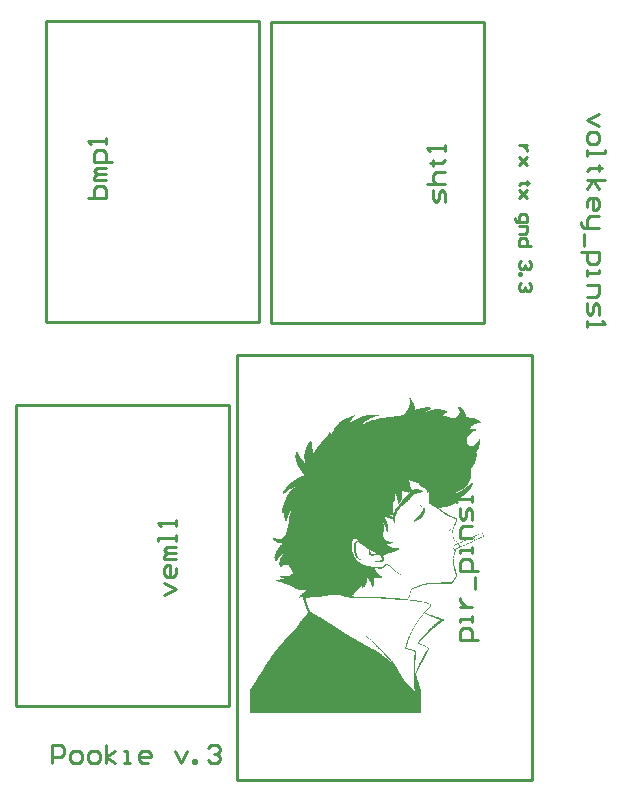
<source format=gto>
G04*
G04 #@! TF.GenerationSoftware,Altium Limited,Altium Designer,23.4.1 (23)*
G04*
G04 Layer_Color=65535*
%FSLAX44Y44*%
%MOMM*%
G71*
G04*
G04 #@! TF.SameCoordinates,3D8DB9D9-8021-40C2-9F22-367B33DB821F*
G04*
G04*
G04 #@! TF.FilePolarity,Positive*
G04*
G01*
G75*
%ADD10C,0.2540*%
G36*
X383844Y333981D02*
X384178D01*
Y333314D01*
X384511D01*
Y332980D01*
X384845D01*
Y332313D01*
X385178D01*
Y331646D01*
X385512D01*
Y330979D01*
X385845D01*
Y329979D01*
X386179D01*
Y329311D01*
X386512D01*
Y328644D01*
X386846D01*
Y327644D01*
X387179D01*
Y326643D01*
X387513D01*
Y325643D01*
X387846D01*
Y324642D01*
X388513D01*
Y324976D01*
X389847D01*
Y325309D01*
X390848D01*
Y325643D01*
X391848D01*
Y325976D01*
X393516D01*
Y326310D01*
X395517D01*
Y326643D01*
X399853D01*
Y326310D01*
X400520D01*
Y325976D01*
X400853D01*
Y324976D01*
X400186D01*
Y324642D01*
X399186D01*
Y324309D01*
X398518D01*
Y323975D01*
X397851D01*
Y323642D01*
X397518D01*
Y323308D01*
X396851D01*
Y322975D01*
X397851D01*
Y323308D01*
X398518D01*
Y323642D01*
X399519D01*
Y323975D01*
X400520D01*
Y324309D01*
X401854D01*
Y324642D01*
X403521D01*
Y324976D01*
X409858D01*
Y324642D01*
X411525D01*
Y324309D01*
X412526D01*
Y323975D01*
X413526D01*
Y323642D01*
X414193D01*
Y323308D01*
X414860D01*
Y322308D01*
X414527D01*
Y321974D01*
X413860D01*
Y321641D01*
X413193D01*
Y321307D01*
X412192D01*
Y320974D01*
X411859D01*
Y320640D01*
X411192D01*
Y320307D01*
X410525D01*
Y319973D01*
X410858D01*
Y319640D01*
X412192D01*
Y319306D01*
X413526D01*
Y318973D01*
X414860D01*
Y318639D01*
X415861D01*
Y318306D01*
X417195D01*
Y317972D01*
X418529D01*
Y317639D01*
X420864D01*
Y317972D01*
X421864D01*
Y318306D01*
X422531D01*
Y318639D01*
X422865D01*
Y318973D01*
X423532D01*
Y319306D01*
X423865D01*
Y319640D01*
X424199D01*
Y320307D01*
X424532D01*
Y320640D01*
X424866D01*
Y321641D01*
X425199D01*
Y323975D01*
X424866D01*
Y324976D01*
X424532D01*
Y325643D01*
X424199D01*
Y325976D01*
X423865D01*
Y326977D01*
X424199D01*
Y327310D01*
X424866D01*
Y326977D01*
X425866D01*
Y326643D01*
X426200D01*
Y326310D01*
X426867D01*
Y325976D01*
X427200D01*
Y325643D01*
X427534D01*
Y325309D01*
X427867D01*
Y324976D01*
X428201D01*
Y324642D01*
X428534D01*
Y323975D01*
X428868D01*
Y323308D01*
X429201D01*
Y322641D01*
X429535D01*
Y321974D01*
X429868D01*
Y320974D01*
X430202D01*
Y319973D01*
X430535D01*
Y318306D01*
X433203D01*
Y317972D01*
X435538D01*
Y317639D01*
X436872D01*
Y317305D01*
X437873D01*
Y316972D01*
X438873D01*
Y316638D01*
X439874D01*
Y316305D01*
X440541D01*
Y315971D01*
X441208D01*
Y315638D01*
X441875D01*
Y315304D01*
X442542D01*
Y314971D01*
X442875D01*
Y314637D01*
X443209D01*
Y313637D01*
X441541D01*
Y313303D01*
X439874D01*
Y312970D01*
X438873D01*
Y312636D01*
X438206D01*
Y312303D01*
X437539D01*
Y311969D01*
X436872D01*
Y311636D01*
X436539D01*
Y311302D01*
X435872D01*
Y310969D01*
X435538D01*
Y310635D01*
X435205D01*
Y310302D01*
X434871D01*
Y309968D01*
X434537D01*
Y309635D01*
X434204D01*
Y308967D01*
X433870D01*
Y308634D01*
X437539D01*
Y308300D01*
X438206D01*
Y307967D01*
X438873D01*
Y307633D01*
X439207D01*
Y307300D01*
X438873D01*
Y306966D01*
X438540D01*
Y306633D01*
X437539D01*
Y306299D01*
X436872D01*
Y305966D01*
X436205D01*
Y305632D01*
X435872D01*
Y305299D01*
X435205D01*
Y304965D01*
X434871D01*
Y304632D01*
X434537D01*
Y304298D01*
X434204D01*
Y303965D01*
X433870D01*
Y303631D01*
X433537D01*
Y303298D01*
X433203D01*
Y302964D01*
X432870D01*
Y302631D01*
X432536D01*
Y301964D01*
X432203D01*
Y301297D01*
X431869D01*
Y300296D01*
X431536D01*
Y297295D01*
X431869D01*
Y295961D01*
X432203D01*
Y295294D01*
X432536D01*
Y294627D01*
X432870D01*
Y294293D01*
X433203D01*
Y293960D01*
X433870D01*
Y293626D01*
X436205D01*
Y293960D01*
X436872D01*
Y294293D01*
X437539D01*
Y294627D01*
X437873D01*
Y294960D01*
X438206D01*
Y295294D01*
X438540D01*
Y295627D01*
X438873D01*
Y295961D01*
X439207D01*
Y296294D01*
X439540D01*
Y296628D01*
X439874D01*
Y297295D01*
X440207D01*
Y297628D01*
X440541D01*
Y297962D01*
X440874D01*
Y298629D01*
X441208D01*
Y299296D01*
X441541D01*
Y299629D01*
X442208D01*
Y294960D01*
X441875D01*
Y293293D01*
X441541D01*
Y292292D01*
X441208D01*
Y291625D01*
X440874D01*
Y290958D01*
X440541D01*
Y290291D01*
X440207D01*
Y289624D01*
X439874D01*
Y289291D01*
X439540D01*
Y288957D01*
X439207D01*
Y287957D01*
X439540D01*
Y284288D01*
X439207D01*
Y282620D01*
X438873D01*
Y281286D01*
X438540D01*
Y280286D01*
X438206D01*
Y279619D01*
X437873D01*
Y278952D01*
X437539D01*
Y278285D01*
X437206D01*
Y277618D01*
X436872D01*
Y277284D01*
X436539D01*
Y276951D01*
X436205D01*
Y276284D01*
X435872D01*
Y275950D01*
X435538D01*
Y275617D01*
X435205D01*
Y268279D01*
X434871D01*
Y266945D01*
X434537D01*
Y265945D01*
X434204D01*
Y264944D01*
X433870D01*
Y264277D01*
X433537D01*
Y263610D01*
X433203D01*
Y262943D01*
X432870D01*
Y262276D01*
X432536D01*
Y261943D01*
X432203D01*
Y261276D01*
X431869D01*
Y260942D01*
X431536D01*
Y260609D01*
X431202D01*
Y260275D01*
X430869D01*
Y259942D01*
X430535D01*
Y259608D01*
X430202D01*
Y259275D01*
X429868D01*
Y258941D01*
X429535D01*
Y258608D01*
X429201D01*
Y258274D01*
X428868D01*
Y257941D01*
X428201D01*
Y257607D01*
X427867D01*
Y257274D01*
X427200D01*
Y256940D01*
X426533D01*
Y256607D01*
X425866D01*
Y256273D01*
X425533D01*
Y255940D01*
X424532D01*
Y255606D01*
X423865D01*
Y255273D01*
X422865D01*
Y254939D01*
X421864D01*
Y254606D01*
X420864D01*
Y254272D01*
X422198D01*
Y254606D01*
X423532D01*
Y254939D01*
X424199D01*
Y255273D01*
X425199D01*
Y255606D01*
X425866D01*
Y255940D01*
X426533D01*
Y256273D01*
X427200D01*
Y256607D01*
X427534D01*
Y256940D01*
X428201D01*
Y257274D01*
X428868D01*
Y257607D01*
X429201D01*
Y257941D01*
X429868D01*
Y258274D01*
X430202D01*
Y258608D01*
X430535D01*
Y258941D01*
X431202D01*
Y259275D01*
X431536D01*
Y259608D01*
X431869D01*
Y259942D01*
X432536D01*
Y260275D01*
X432870D01*
Y260609D01*
X433203D01*
Y260942D01*
X433537D01*
Y261276D01*
X433870D01*
Y261609D01*
X434204D01*
Y261943D01*
X434871D01*
Y262276D01*
X435205D01*
Y262610D01*
X436205D01*
Y262276D01*
X436539D01*
Y261276D01*
X436205D01*
Y260609D01*
X435872D01*
Y259942D01*
X435538D01*
Y259275D01*
X435205D01*
Y258608D01*
X434871D01*
Y258274D01*
X434537D01*
Y257607D01*
X434204D01*
Y257274D01*
X433870D01*
Y256940D01*
X433537D01*
Y256273D01*
X433203D01*
Y255940D01*
X432870D01*
Y255606D01*
X432536D01*
Y255273D01*
X432203D01*
Y254939D01*
X431869D01*
Y254606D01*
X431536D01*
Y254272D01*
X431202D01*
Y253939D01*
X430869D01*
Y253605D01*
X430535D01*
Y253272D01*
X430202D01*
Y252938D01*
X429868D01*
Y252605D01*
X429201D01*
Y252271D01*
X428868D01*
Y251938D01*
X428534D01*
Y251604D01*
X427867D01*
Y251271D01*
X427534D01*
Y250937D01*
X426867D01*
Y250604D01*
X426533D01*
Y250270D01*
X426200D01*
Y249937D01*
X425866D01*
Y249603D01*
X425533D01*
Y248936D01*
X425199D01*
Y248603D01*
X424866D01*
Y248269D01*
X424532D01*
Y247936D01*
X424199D01*
Y247602D01*
X423865D01*
Y247269D01*
X423532D01*
Y246935D01*
X423198D01*
Y246602D01*
X422865D01*
Y246268D01*
X422198D01*
Y245934D01*
X421864D01*
Y245601D01*
X421197D01*
Y245267D01*
X420864D01*
Y244934D01*
X420197D01*
Y244600D01*
X419530D01*
Y244267D01*
X418863D01*
Y243933D01*
X417862D01*
Y243600D01*
X417195D01*
Y243266D01*
X416194D01*
Y242933D01*
X415194D01*
Y242599D01*
X413860D01*
Y242266D01*
X412192D01*
Y241932D01*
X410191D01*
Y241599D01*
X407190D01*
Y241265D01*
X407523D01*
Y240932D01*
X408190D01*
Y240598D01*
X408524D01*
Y240265D01*
X409191D01*
Y239931D01*
X409524D01*
Y239598D01*
X410191D01*
Y239264D01*
X410525D01*
Y238931D01*
X411192D01*
Y238597D01*
X411525D01*
Y238264D01*
X412192D01*
Y237930D01*
X412859D01*
Y237597D01*
X413193D01*
Y237263D01*
X413860D01*
Y236930D01*
X414193D01*
Y236596D01*
X414860D01*
Y236263D01*
X415527D01*
Y235929D01*
X415861D01*
Y235596D01*
X416528D01*
Y235262D01*
X417195D01*
Y234929D01*
X417862D01*
Y234595D01*
X418863D01*
Y234262D01*
X419530D01*
Y233928D01*
X420530D01*
Y233595D01*
X421531D01*
Y233261D01*
X422865D01*
Y232928D01*
X423198D01*
Y230927D01*
X422865D01*
Y229926D01*
X422531D01*
Y228925D01*
X422198D01*
Y228258D01*
X421864D01*
Y227258D01*
X421531D01*
Y226591D01*
X421197D01*
Y225924D01*
X420864D01*
Y225257D01*
X420530D01*
Y224256D01*
X420197D01*
Y223589D01*
X419863D01*
Y222922D01*
X419530D01*
Y222255D01*
X419196D01*
Y220921D01*
X419530D01*
Y218587D01*
X419863D01*
Y217253D01*
X420197D01*
Y215919D01*
X420530D01*
Y214918D01*
X420864D01*
Y214251D01*
X421197D01*
Y213918D01*
X422198D01*
Y213584D01*
X422865D01*
Y212584D01*
X422531D01*
Y213251D01*
X421864D01*
Y213584D01*
X420864D01*
Y213918D01*
X420530D01*
Y214585D01*
X420197D01*
Y215252D01*
X419863D01*
Y216586D01*
X419530D01*
Y217920D01*
X419196D01*
Y219921D01*
X418863D01*
Y222589D01*
X419196D01*
Y223589D01*
X419530D01*
Y224256D01*
X419863D01*
Y225257D01*
X420197D01*
Y225924D01*
X420530D01*
Y226924D01*
X420864D01*
Y227591D01*
X421197D01*
Y228592D01*
X421531D01*
Y229592D01*
X421864D01*
Y230593D01*
X422198D01*
Y231927D01*
X422531D01*
Y232261D01*
X421531D01*
Y232594D01*
X420530D01*
Y232928D01*
X419530D01*
Y233261D01*
X418529D01*
Y233595D01*
X417528D01*
Y233928D01*
X416861D01*
Y234262D01*
X416194D01*
Y234595D01*
X415527D01*
Y234929D01*
X414860D01*
Y235262D01*
X414527D01*
Y235596D01*
X413860D01*
Y235929D01*
X413193D01*
Y236263D01*
X412859D01*
Y236596D01*
X412192D01*
Y236930D01*
X411859D01*
Y237263D01*
X411525D01*
Y237597D01*
X410858D01*
Y237930D01*
X410525D01*
Y238264D01*
X409858D01*
Y238597D01*
X409524D01*
Y238931D01*
X408857D01*
Y239264D01*
X408524D01*
Y239598D01*
X407857D01*
Y239931D01*
X407523D01*
Y240265D01*
X406856D01*
Y240598D01*
X406523D01*
Y240932D01*
X405856D01*
Y241265D01*
X405522D01*
Y241599D01*
X404855D01*
Y241932D01*
X404522D01*
Y242266D01*
X403855D01*
Y242599D01*
X403521D01*
Y242933D01*
X402854D01*
Y243266D01*
X402521D01*
Y243600D01*
X402187D01*
Y243933D01*
X401520D01*
Y244267D01*
X401187D01*
Y244600D01*
X400520D01*
Y244934D01*
X400186D01*
Y245267D01*
X399519D01*
Y246268D01*
X399186D01*
Y255273D01*
X398518D01*
Y254606D01*
X398185D01*
Y254272D01*
X397184D01*
Y256607D01*
X396851D01*
Y257274D01*
X396517D01*
Y257607D01*
X396184D01*
Y257941D01*
X395850D01*
Y258274D01*
X395183D01*
Y258608D01*
X394516D01*
Y258941D01*
X393849D01*
Y259275D01*
X393182D01*
Y259608D01*
X392849D01*
Y259942D01*
X392182D01*
Y260275D01*
X391848D01*
Y260609D01*
X391515D01*
Y260942D01*
X391181D01*
Y261276D01*
X390848D01*
Y261943D01*
X390514D01*
Y262610D01*
X390181D01*
Y262943D01*
X388180D01*
Y263277D01*
X386846D01*
Y263610D01*
X385512D01*
Y263944D01*
X384845D01*
Y264277D01*
X384178D01*
Y264611D01*
X383511D01*
Y264944D01*
X382844D01*
Y265278D01*
X382510D01*
Y265611D01*
X382177D01*
Y264611D01*
X382510D01*
Y263277D01*
X382844D01*
Y262276D01*
X383177D01*
Y260942D01*
X383511D01*
Y259608D01*
X383844D01*
Y258274D01*
X384178D01*
Y257607D01*
X384511D01*
Y256940D01*
X386179D01*
Y257274D01*
X391181D01*
Y256940D01*
X392515D01*
Y256607D01*
X393182D01*
Y256273D01*
X393516D01*
Y255940D01*
X394183D01*
Y255606D01*
X393849D01*
Y255273D01*
X393182D01*
Y254939D01*
X392182D01*
Y254606D01*
X391181D01*
Y254272D01*
X390181D01*
Y253939D01*
X388847D01*
Y253605D01*
X387846D01*
Y253272D01*
X387179D01*
Y252938D01*
X386846D01*
Y252605D01*
X386179D01*
Y252271D01*
X385845D01*
Y251938D01*
X385512D01*
Y251604D01*
X385178D01*
Y251271D01*
X384845D01*
Y250937D01*
X384511D01*
Y250604D01*
X384178D01*
Y250270D01*
X383844D01*
Y249937D01*
X383511D01*
Y249603D01*
X383177D01*
Y249270D01*
X382844D01*
Y248603D01*
X382510D01*
Y248269D01*
X382177D01*
Y247936D01*
X381843D01*
Y247602D01*
X381510D01*
Y247269D01*
X381176D01*
Y246935D01*
X380843D01*
Y246602D01*
X380509D01*
Y246268D01*
X380176D01*
Y245934D01*
X379509D01*
Y245601D01*
X379175D01*
Y245267D01*
X378842D01*
Y244934D01*
X378175D01*
Y244600D01*
X377841D01*
Y244267D01*
X377508D01*
Y243933D01*
X377174D01*
Y243600D01*
X376507D01*
Y243266D01*
X376174D01*
Y242933D01*
X375840D01*
Y242599D01*
X375507D01*
Y242266D01*
X375173D01*
Y241932D01*
X374839D01*
Y241599D01*
X374506D01*
Y240932D01*
X374172D01*
Y240598D01*
X373839D01*
Y240265D01*
X373505D01*
Y239931D01*
X373172D01*
Y239264D01*
X372838D01*
Y238597D01*
X372505D01*
Y238264D01*
X372171D01*
Y237263D01*
X371838D01*
Y236596D01*
X371504D01*
Y235596D01*
X371171D01*
Y234595D01*
X370837D01*
Y232594D01*
X370504D01*
Y230593D01*
X370170D01*
Y228925D01*
X369837D01*
Y229592D01*
X369503D01*
Y230593D01*
X369170D01*
Y231927D01*
X368836D01*
Y232594D01*
X366502D01*
Y232928D01*
X364834D01*
Y233261D01*
X363834D01*
Y233595D01*
X362833D01*
Y233928D01*
X362166D01*
Y234262D01*
X361499D01*
Y233928D01*
X361833D01*
Y233261D01*
X362166D01*
Y232594D01*
X362500D01*
Y231927D01*
X362833D01*
Y231260D01*
X363167D01*
Y230260D01*
X363500D01*
Y229259D01*
X363834D01*
Y228258D01*
X364167D01*
Y226591D01*
X364501D01*
Y221922D01*
X364167D01*
Y221588D01*
X363834D01*
Y221922D01*
X363500D01*
Y222255D01*
X363167D01*
Y223256D01*
X362833D01*
Y224256D01*
X362500D01*
Y225257D01*
X362166D01*
Y225924D01*
X361833D01*
Y226924D01*
X361499D01*
Y227591D01*
X361166D01*
Y228258D01*
X360832D01*
Y228592D01*
X360499D01*
Y227925D01*
X360832D01*
Y226924D01*
X361166D01*
Y222255D01*
X360832D01*
Y221255D01*
X360499D01*
Y219921D01*
X360165D01*
Y218587D01*
X360499D01*
Y217253D01*
X360832D01*
Y216252D01*
X361166D01*
Y215919D01*
X361499D01*
Y215252D01*
X361833D01*
Y214918D01*
X362166D01*
Y214585D01*
X362500D01*
Y214251D01*
X363167D01*
Y213918D01*
X363500D01*
Y213584D01*
X364167D01*
Y213251D01*
X365501D01*
Y212917D01*
X368836D01*
Y212250D01*
X368503D01*
Y211917D01*
X367836D01*
Y211583D01*
X367502D01*
Y211250D01*
X366502D01*
Y210916D01*
X363500D01*
Y210583D01*
X363834D01*
Y210249D01*
X364167D01*
Y209916D01*
X364501D01*
Y209582D01*
X365168D01*
Y209249D01*
X365501D01*
Y208915D01*
X366168D01*
Y208582D01*
X367169D01*
Y208248D01*
X368169D01*
Y207915D01*
X369837D01*
Y207581D01*
X374172D01*
Y206581D01*
X373839D01*
Y206247D01*
X373505D01*
Y205913D01*
X372838D01*
Y205580D01*
X372171D01*
Y205246D01*
X371504D01*
Y204913D01*
X370837D01*
Y204579D01*
X370170D01*
Y204246D01*
X369170D01*
Y203912D01*
X367836D01*
Y203579D01*
X365168D01*
Y203245D01*
X364834D01*
Y202912D01*
X364167D01*
Y202578D01*
X363834D01*
Y202245D01*
X363167D01*
Y201911D01*
X362500D01*
Y201578D01*
X361166D01*
Y201244D01*
X359832D01*
Y200911D01*
X360165D01*
Y200577D01*
X360499D01*
Y199910D01*
X360832D01*
Y199243D01*
X361166D01*
Y198243D01*
X361499D01*
Y196909D01*
X361166D01*
Y196242D01*
X360499D01*
Y195908D01*
X359832D01*
Y195575D01*
X355162D01*
Y195908D01*
X353828D01*
Y196575D01*
X355830D01*
Y196909D01*
X357497D01*
Y197242D01*
X359165D01*
Y197576D01*
X359498D01*
Y198576D01*
X359165D01*
Y199243D01*
X358831D01*
Y200244D01*
X358498D01*
Y200911D01*
X358164D01*
Y201578D01*
X357831D01*
Y201911D01*
X357164D01*
Y202245D01*
X356830D01*
Y201911D01*
X353828D01*
Y201578D01*
X352494D01*
Y201244D01*
X349826D01*
Y201578D01*
X349159D01*
Y201911D01*
X348826D01*
Y202578D01*
X348492D01*
Y206581D01*
X347825D01*
Y206914D01*
X347158D01*
Y207248D01*
X346825D01*
Y207581D01*
X346158D01*
Y207915D01*
X345824D01*
Y208248D01*
X345157D01*
Y208582D01*
X344824D01*
Y208915D01*
X344157D01*
Y209249D01*
X343823D01*
Y209582D01*
X343490D01*
Y209916D01*
X342823D01*
Y210249D01*
X342489D01*
Y210583D01*
X342156D01*
Y210916D01*
X341822D01*
Y211250D01*
X341155D01*
Y211583D01*
X340822D01*
Y211917D01*
X340488D01*
Y212250D01*
X340155D01*
Y212584D01*
X339821D01*
Y212917D01*
X339154D01*
Y212584D01*
X338487D01*
Y212250D01*
X337820D01*
Y211583D01*
X337486D01*
Y206581D01*
X337820D01*
Y203579D01*
X338153D01*
Y202245D01*
X338487D01*
Y201244D01*
X338820D01*
Y200577D01*
X339154D01*
Y199910D01*
X339488D01*
Y199577D01*
X339821D01*
Y198910D01*
X340155D01*
Y198576D01*
X340488D01*
Y198243D01*
X340822D01*
Y197909D01*
X341489D01*
Y197576D01*
X341822D01*
Y197242D01*
X341155D01*
Y197576D01*
X340155D01*
Y197909D01*
X339821D01*
Y198243D01*
X339154D01*
Y198576D01*
X338820D01*
Y198910D01*
X338487D01*
Y199243D01*
X338153D01*
Y199577D01*
X337820D01*
Y200244D01*
X337486D01*
Y200577D01*
X337153D01*
Y201244D01*
X336819D01*
Y202245D01*
X336486D01*
Y203245D01*
X336152D01*
Y205246D01*
X335819D01*
Y210249D01*
X336152D01*
Y211583D01*
X336486D01*
Y212250D01*
X336819D01*
Y212584D01*
X337153D01*
Y212917D01*
X337486D01*
Y213251D01*
X339154D01*
Y213918D01*
X338820D01*
Y214251D01*
X338487D01*
Y214585D01*
X338153D01*
Y215252D01*
X337820D01*
Y215919D01*
X337153D01*
Y215585D01*
X336152D01*
Y215252D01*
X335819D01*
Y214918D01*
X335152D01*
Y214251D01*
X334818D01*
Y213918D01*
X334485D01*
Y213251D01*
X334151D01*
Y211250D01*
X333818D01*
Y208248D01*
X334151D01*
Y205913D01*
X334485D01*
Y204246D01*
X334818D01*
Y203245D01*
X335152D01*
Y202245D01*
X335485D01*
Y201578D01*
X335819D01*
Y200577D01*
X336152D01*
Y200244D01*
X336486D01*
Y199577D01*
X336819D01*
Y198910D01*
X337153D01*
Y198576D01*
X337486D01*
Y197909D01*
X337820D01*
Y197576D01*
X338153D01*
Y197242D01*
X338487D01*
Y196909D01*
X338820D01*
Y196575D01*
X339154D01*
Y196242D01*
X339488D01*
Y195908D01*
X339821D01*
Y195575D01*
X340488D01*
Y195241D01*
X340822D01*
Y194908D01*
X341489D01*
Y194574D01*
X341822D01*
Y194241D01*
X342489D01*
Y193907D01*
X343156D01*
Y193574D01*
X344157D01*
Y193240D01*
X344824D01*
Y192907D01*
X345824D01*
Y192573D01*
X347492D01*
Y192240D01*
X349826D01*
Y191906D01*
X355830D01*
Y191573D01*
X357497D01*
Y191239D01*
X359165D01*
Y191573D01*
X359832D01*
Y191906D01*
X360499D01*
Y192240D01*
X360832D01*
Y192573D01*
X361166D01*
Y192907D01*
X361499D01*
Y193240D01*
X361833D01*
Y193574D01*
X362166D01*
Y193907D01*
X362500D01*
Y194241D01*
X363834D01*
Y193907D01*
X364834D01*
Y193574D01*
X365835D01*
Y193240D01*
X366502D01*
Y192573D01*
X366835D01*
Y192240D01*
X367169D01*
Y191906D01*
X367502D01*
Y191573D01*
X367836D01*
Y191239D01*
X368169D01*
Y190572D01*
X368503D01*
Y190238D01*
X368836D01*
Y189905D01*
X369170D01*
Y189571D01*
X369503D01*
Y189238D01*
X369837D01*
Y188904D01*
X370170D01*
Y188571D01*
X370837D01*
Y188237D01*
X371171D01*
Y187904D01*
X371504D01*
Y187570D01*
X371838D01*
Y187237D01*
X372171D01*
Y186903D01*
X372838D01*
Y186570D01*
X373172D01*
Y186236D01*
X373839D01*
Y185903D01*
X374172D01*
Y185569D01*
X374839D01*
Y185236D01*
X375507D01*
Y184902D01*
X375840D01*
Y184569D01*
X375507D01*
Y184902D01*
X374839D01*
Y185236D01*
X374172D01*
Y185569D01*
X373505D01*
Y185903D01*
X372838D01*
Y186236D01*
X372505D01*
Y186570D01*
X371838D01*
Y186903D01*
X371504D01*
Y187237D01*
X371171D01*
Y187570D01*
X370837D01*
Y187904D01*
X370170D01*
Y188237D01*
X369837D01*
Y188571D01*
X369503D01*
Y188904D01*
X369170D01*
Y189238D01*
X368836D01*
Y189571D01*
X368503D01*
Y189905D01*
X368169D01*
Y190238D01*
X367836D01*
Y190572D01*
X367169D01*
Y191239D01*
X366835D01*
Y191573D01*
X366502D01*
Y191906D01*
X366168D01*
Y192240D01*
X365835D01*
Y192573D01*
X364834D01*
Y192907D01*
X363834D01*
Y193240D01*
X362833D01*
Y192907D01*
X362500D01*
Y192573D01*
X362166D01*
Y191906D01*
X361833D01*
Y191573D01*
X361166D01*
Y191239D01*
X360832D01*
Y190906D01*
X360499D01*
Y190572D01*
X359498D01*
Y190238D01*
X356163D01*
Y190572D01*
X353495D01*
Y189905D01*
X353828D01*
Y188904D01*
X354162D01*
Y188237D01*
X354495D01*
Y187570D01*
X354829D01*
Y186903D01*
X355162D01*
Y186570D01*
X355496D01*
Y186236D01*
X355830D01*
Y185903D01*
X356163D01*
Y185569D01*
X356497D01*
Y185236D01*
X356830D01*
Y184902D01*
X357497D01*
Y184569D01*
X358164D01*
Y184235D01*
X359165D01*
Y183902D01*
X359498D01*
Y182901D01*
X359165D01*
Y182568D01*
X352828D01*
Y182901D01*
X352494D01*
Y175564D01*
X352161D01*
Y174230D01*
X351827D01*
Y173563D01*
X351494D01*
Y174230D01*
X351160D01*
Y175231D01*
X350827D01*
Y176565D01*
X350493D01*
Y177232D01*
X350160D01*
Y177899D01*
X349826D01*
Y178566D01*
X349493D01*
Y179233D01*
X349159D01*
Y179900D01*
X348826D01*
Y180233D01*
X348492D01*
Y180900D01*
X348159D01*
Y181234D01*
X347825D01*
Y181567D01*
X347492D01*
Y181901D01*
X347158D01*
Y182234D01*
X346825D01*
Y179566D01*
X346491D01*
Y177899D01*
X346158D01*
Y176898D01*
X345824D01*
Y176231D01*
X345491D01*
Y175564D01*
X345157D01*
Y175231D01*
X344824D01*
Y174897D01*
X344490D01*
Y174564D01*
X344157D01*
Y174230D01*
X343823D01*
Y173897D01*
X343490D01*
Y173563D01*
X342823D01*
Y173897D01*
X342489D01*
Y174230D01*
X342156D01*
Y175564D01*
X341822D01*
Y175231D01*
X341489D01*
Y174897D01*
X341155D01*
Y174564D01*
X340822D01*
Y174230D01*
X340488D01*
Y173897D01*
X340155D01*
Y173563D01*
X339821D01*
Y173230D01*
X339488D01*
Y172563D01*
X339154D01*
Y172229D01*
X338820D01*
Y171896D01*
X338487D01*
Y171562D01*
X338153D01*
Y171229D01*
X337820D01*
Y170895D01*
X337486D01*
Y170562D01*
X337153D01*
Y170228D01*
X336819D01*
Y169895D01*
X336486D01*
Y169561D01*
X336152D01*
Y168894D01*
X335819D01*
Y168561D01*
X335485D01*
Y168227D01*
X335152D01*
Y167894D01*
X334818D01*
Y167560D01*
X334485D01*
Y166893D01*
X335485D01*
Y166559D01*
X350493D01*
Y166226D01*
X357497D01*
Y165892D01*
X362833D01*
Y165559D01*
X367169D01*
Y165225D01*
X371171D01*
Y164892D01*
X374839D01*
Y164558D01*
X378508D01*
Y164225D01*
X381176D01*
Y163891D01*
X384178D01*
Y163558D01*
X386846D01*
Y163224D01*
X389180D01*
Y162891D01*
X391515D01*
Y162557D01*
X393182D01*
Y162224D01*
X394850D01*
Y161890D01*
X396184D01*
Y161557D01*
X397184D01*
Y161223D01*
X398518D01*
Y160890D01*
X399186D01*
Y160556D01*
X399853D01*
Y160223D01*
X400520D01*
Y159889D01*
X400853D01*
Y159222D01*
X401187D01*
Y158555D01*
X400853D01*
Y157888D01*
X400520D01*
Y157555D01*
X400186D01*
Y157221D01*
X399853D01*
Y156888D01*
X399519D01*
Y156554D01*
X399186D01*
Y156221D01*
X398852D01*
Y155887D01*
X398518D01*
Y155554D01*
X398185D01*
Y155220D01*
X397851D01*
Y154887D01*
X397518D01*
Y154553D01*
X397184D01*
Y154220D01*
X396851D01*
Y153886D01*
X396517D01*
Y153553D01*
X396184D01*
Y153219D01*
X395850D01*
Y152886D01*
X395517D01*
Y152552D01*
X396184D01*
Y152219D01*
X397184D01*
Y151885D01*
X398185D01*
Y151552D01*
X399519D01*
Y151218D01*
X400520D01*
Y150885D01*
X401520D01*
Y150551D01*
X402521D01*
Y150218D01*
X403521D01*
Y149884D01*
X404522D01*
Y149551D01*
X405522D01*
Y149217D01*
X406523D01*
Y148883D01*
X407523D01*
Y148550D01*
X408524D01*
Y148216D01*
X409524D01*
Y147883D01*
X410525D01*
Y147549D01*
X411192D01*
Y147216D01*
X412192D01*
Y146882D01*
X412526D01*
Y146549D01*
X411859D01*
Y146215D01*
X411525D01*
Y145882D01*
X410858D01*
Y145548D01*
X410525D01*
Y145215D01*
X409858D01*
Y144881D01*
X409524D01*
Y144548D01*
X409191D01*
Y144214D01*
X408524D01*
Y143881D01*
X408190D01*
Y143547D01*
X407857D01*
Y143214D01*
X407190D01*
Y142880D01*
X406856D01*
Y142547D01*
X406523D01*
Y142213D01*
X406189D01*
Y141880D01*
X405522D01*
Y141546D01*
X405189D01*
Y141213D01*
X404855D01*
Y140879D01*
X404522D01*
Y140546D01*
X404188D01*
Y140212D01*
X403855D01*
Y139879D01*
X403188D01*
Y139545D01*
X402854D01*
Y139212D01*
X402521D01*
Y138878D01*
X402187D01*
Y138545D01*
X401854D01*
Y138211D01*
X401520D01*
Y137878D01*
X401187D01*
Y137544D01*
X400853D01*
Y137211D01*
X400520D01*
Y136877D01*
X399853D01*
Y136544D01*
X399519D01*
Y136210D01*
X399186D01*
Y135877D01*
X398852D01*
Y135543D01*
X398518D01*
Y135210D01*
X398185D01*
Y134876D01*
X397851D01*
Y134543D01*
X397518D01*
Y134209D01*
X397184D01*
Y133876D01*
X396851D01*
Y133542D01*
X396517D01*
Y133209D01*
X396184D01*
Y132875D01*
X395850D01*
Y132542D01*
X395517D01*
Y132208D01*
X395183D01*
Y131875D01*
X394850D01*
Y131541D01*
X394516D01*
Y131208D01*
X394183D01*
Y130874D01*
X393849D01*
Y130541D01*
X393516D01*
Y130207D01*
X393182D01*
Y129874D01*
X392849D01*
Y129540D01*
X392515D01*
Y129206D01*
X392182D01*
Y128873D01*
X391848D01*
Y128539D01*
X391515D01*
Y128206D01*
X391181D01*
Y127872D01*
X390848D01*
Y127539D01*
X390514D01*
Y127205D01*
X390848D01*
Y126872D01*
X391515D01*
Y126538D01*
X392515D01*
Y126205D01*
X393182D01*
Y125871D01*
X393849D01*
Y125538D01*
X394516D01*
Y125204D01*
X395517D01*
Y124871D01*
X396184D01*
Y124537D01*
X396851D01*
Y124204D01*
X397518D01*
Y123870D01*
X398185D01*
Y123537D01*
X398852D01*
Y123203D01*
X399186D01*
Y122870D01*
X399519D01*
Y122536D01*
X399853D01*
Y121869D01*
X399519D01*
Y121536D01*
X399186D01*
Y121202D01*
X398852D01*
Y120535D01*
X398518D01*
Y120202D01*
X398185D01*
Y119535D01*
X397851D01*
Y118868D01*
X397518D01*
Y118201D01*
X397184D01*
Y117534D01*
X396851D01*
Y116867D01*
X396517D01*
Y116200D01*
X396184D01*
Y115533D01*
X395850D01*
Y114866D01*
X395517D01*
Y114532D01*
X395183D01*
Y113865D01*
X394850D01*
Y113198D01*
X394516D01*
Y112531D01*
X394183D01*
Y111864D01*
X393849D01*
Y111197D01*
X393516D01*
Y110530D01*
X393182D01*
Y109863D01*
X392849D01*
Y109196D01*
X392515D01*
Y108862D01*
X392182D01*
Y108195D01*
X391848D01*
Y107528D01*
X391515D01*
Y106861D01*
X391181D01*
Y106194D01*
X390848D01*
Y105527D01*
X390514D01*
Y104860D01*
X390181D01*
Y104527D01*
X389847D01*
Y103860D01*
X389514D01*
Y103193D01*
X389180D01*
Y102526D01*
X388847D01*
Y102192D01*
X388513D01*
Y101525D01*
X388180D01*
Y99858D01*
X388513D01*
Y98857D01*
X388847D01*
Y98190D01*
X389180D01*
Y97190D01*
X389514D01*
Y96189D01*
X389847D01*
Y94855D01*
X390181D01*
Y93855D01*
X390514D01*
Y92854D01*
X390848D01*
Y91854D01*
X391181D01*
Y90520D01*
X391515D01*
Y89185D01*
X391848D01*
Y87851D01*
X392182D01*
Y86517D01*
X392515D01*
Y84850D01*
X392849D01*
Y80514D01*
X392515D01*
Y76512D01*
X392182D01*
Y71843D01*
X392515D01*
Y68508D01*
X392849D01*
Y68175D01*
X247439D01*
Y86851D01*
X247773D01*
Y87518D01*
X248106D01*
Y88185D01*
X248440D01*
Y88518D01*
X248773D01*
Y89185D01*
X249107D01*
Y89853D01*
X249440D01*
Y90186D01*
X249774D01*
Y90853D01*
X250107D01*
Y91520D01*
X250441D01*
Y91854D01*
X250774D01*
Y92521D01*
X251108D01*
Y92854D01*
X251441D01*
Y93521D01*
X251775D01*
Y93855D01*
X252108D01*
Y94522D01*
X252442D01*
Y95189D01*
X252775D01*
Y95522D01*
X253109D01*
Y96189D01*
X253442D01*
Y96523D01*
X253776D01*
Y97190D01*
X254109D01*
Y97857D01*
X254443D01*
Y98190D01*
X254776D01*
Y98857D01*
X255110D01*
Y99191D01*
X255443D01*
Y99858D01*
X255777D01*
Y100191D01*
X256110D01*
Y100858D01*
X256444D01*
Y101192D01*
X256777D01*
Y101859D01*
X257111D01*
Y102526D01*
X257444D01*
Y102859D01*
X257778D01*
Y103526D01*
X258111D01*
Y103860D01*
X258445D01*
Y104527D01*
X258778D01*
Y104860D01*
X259112D01*
Y105527D01*
X259445D01*
Y106194D01*
X259779D01*
Y106528D01*
X260113D01*
Y107195D01*
X260446D01*
Y107528D01*
X260780D01*
Y108195D01*
X261113D01*
Y108862D01*
X261447D01*
Y109196D01*
X261780D01*
Y109863D01*
X262114D01*
Y110197D01*
X262447D01*
Y110864D01*
X262781D01*
Y111197D01*
X263114D01*
Y111864D01*
X263448D01*
Y112198D01*
X263781D01*
Y112531D01*
Y112865D01*
X264115D01*
Y113198D01*
X264448D01*
Y113865D01*
X264782D01*
Y114199D01*
X265115D01*
Y114866D01*
X265449D01*
Y115199D01*
X265782D01*
Y115866D01*
X266116D01*
Y116200D01*
X266449D01*
Y116867D01*
X266783D01*
Y117200D01*
X267116D01*
Y117534D01*
X267450D01*
Y118201D01*
X267783D01*
Y118534D01*
X268117D01*
Y118868D01*
X268450D01*
Y119535D01*
X268784D01*
Y119868D01*
X269117D01*
Y120202D01*
X269451D01*
Y120869D01*
X269784D01*
Y121202D01*
X270118D01*
Y121536D01*
X270451D01*
Y122203D01*
X270785D01*
Y122536D01*
X271118D01*
Y122870D01*
X271452D01*
Y123203D01*
X271785D01*
Y123537D01*
X272119D01*
Y124204D01*
X272452D01*
Y124537D01*
X272786D01*
Y124871D01*
X273119D01*
Y125204D01*
X273453D01*
Y125871D01*
X273786D01*
Y126205D01*
X274120D01*
Y126538D01*
X274453D01*
Y126872D01*
X274787D01*
Y127205D01*
X275120D01*
Y127539D01*
X275454D01*
Y127872D01*
X275787D01*
Y128206D01*
X276121D01*
Y128873D01*
X276455D01*
Y129206D01*
X276788D01*
Y129540D01*
X277122D01*
Y129874D01*
X277455D01*
Y130207D01*
X277789D01*
Y130541D01*
X278122D01*
Y130874D01*
X278456D01*
Y131208D01*
X278789D01*
Y131541D01*
X279123D01*
Y131875D01*
X279456D01*
Y132208D01*
X279790D01*
Y132542D01*
X280123D01*
Y132875D01*
X280457D01*
Y133209D01*
X280790D01*
Y133542D01*
X281124D01*
Y133876D01*
X281457D01*
Y134209D01*
X281791D01*
Y134543D01*
X282124D01*
Y134876D01*
X282458D01*
Y135210D01*
X282791D01*
Y135543D01*
X283125D01*
Y135877D01*
X283458D01*
Y136210D01*
X283792D01*
Y136544D01*
X284125D01*
Y136877D01*
X284459D01*
Y137211D01*
X284792D01*
Y137544D01*
X285126D01*
Y137878D01*
X285459D01*
Y138211D01*
X285793D01*
Y138545D01*
X286126D01*
Y138878D01*
X286460D01*
Y139212D01*
X286793D01*
Y139545D01*
X287127D01*
Y140212D01*
X287460D01*
Y140879D01*
X287794D01*
Y141546D01*
X288127D01*
Y142213D01*
X288461D01*
Y142547D01*
X288794D01*
Y143214D01*
X289128D01*
Y143547D01*
X289461D01*
Y144214D01*
X289795D01*
Y144548D01*
X290128D01*
Y145215D01*
X290462D01*
Y145548D01*
X290795D01*
Y145882D01*
X291129D01*
Y146215D01*
X291462D01*
Y146882D01*
X291796D01*
Y147216D01*
X292129D01*
Y147549D01*
X292463D01*
Y147883D01*
X292796D01*
Y148550D01*
X293130D01*
Y148883D01*
X293463D01*
Y149217D01*
X293797D01*
Y149551D01*
X294130D01*
Y149884D01*
X294464D01*
Y150218D01*
X294797D01*
Y150551D01*
X295131D01*
Y150885D01*
X295464D01*
Y151218D01*
X295798D01*
Y151885D01*
X296131D01*
Y152219D01*
X296465D01*
Y152552D01*
X296798D01*
Y153553D01*
X296465D01*
Y154553D01*
X296131D01*
Y155220D01*
X295798D01*
Y156221D01*
X295464D01*
Y156888D01*
X295131D01*
Y157888D01*
X294797D01*
Y158889D01*
X294464D01*
Y159889D01*
X294130D01*
Y160890D01*
X293797D01*
Y161890D01*
X293463D01*
Y162891D01*
X293130D01*
Y163891D01*
X292796D01*
Y165559D01*
X292463D01*
Y165892D01*
X292796D01*
Y166559D01*
X291462D01*
Y166226D01*
X290462D01*
Y165892D01*
X289795D01*
Y165559D01*
X289461D01*
Y165225D01*
X289128D01*
Y165892D01*
X289461D01*
Y166226D01*
X289795D01*
Y166893D01*
X290128D01*
Y167227D01*
X290462D01*
Y167560D01*
X290795D01*
Y167894D01*
X291129D01*
Y168227D01*
X291462D01*
Y168561D01*
X291796D01*
Y168894D01*
X292129D01*
Y169228D01*
X292463D01*
Y169561D01*
X292796D01*
Y169895D01*
X293130D01*
Y170228D01*
X293463D01*
Y170562D01*
X294130D01*
Y170895D01*
X294464D01*
Y171229D01*
X294797D01*
Y171562D01*
X295464D01*
Y171896D01*
X295798D01*
Y172229D01*
X294797D01*
Y171896D01*
X289128D01*
Y172229D01*
X288127D01*
Y172563D01*
X287460D01*
Y172896D01*
X286793D01*
Y173230D01*
X286126D01*
Y173563D01*
X285793D01*
Y173897D01*
X285126D01*
Y174230D01*
X284459D01*
Y174564D01*
X283792D01*
Y174897D01*
X283125D01*
Y175231D01*
X282458D01*
Y175564D01*
X281791D01*
Y175898D01*
X280790D01*
Y176231D01*
X280123D01*
Y176565D01*
X279456D01*
Y176898D01*
X278456D01*
Y177232D01*
X277789D01*
Y177565D01*
X276788D01*
Y177899D01*
X275787D01*
Y178232D01*
X274787D01*
Y178566D01*
X274120D01*
Y178899D01*
X272786D01*
Y179233D01*
X271785D01*
Y179566D01*
X270785D01*
Y179900D01*
X269784D01*
Y180567D01*
X270118D01*
Y180900D01*
X273119D01*
Y181234D01*
X276455D01*
Y181567D01*
X276121D01*
Y181901D01*
X275454D01*
Y182234D01*
X274787D01*
Y182568D01*
X274120D01*
Y182901D01*
X273786D01*
Y183235D01*
X273453D01*
Y183568D01*
X273119D01*
Y183902D01*
X273453D01*
Y184235D01*
X274120D01*
Y183902D01*
X275120D01*
Y183568D01*
X280123D01*
Y183902D01*
X281124D01*
Y184235D01*
X281791D01*
Y184569D01*
X282458D01*
Y184902D01*
X282791D01*
Y185236D01*
X283125D01*
Y185569D01*
X283458D01*
Y185903D01*
X283792D01*
Y187237D01*
X283458D01*
Y188237D01*
X283125D01*
Y189238D01*
X282791D01*
Y189905D01*
X282458D01*
Y190572D01*
X282124D01*
Y190906D01*
X281791D01*
Y191573D01*
X281457D01*
Y191906D01*
X281124D01*
Y192240D01*
X280790D01*
Y192573D01*
X280457D01*
Y192907D01*
X279790D01*
Y193240D01*
X278789D01*
Y193574D01*
X277122D01*
Y193240D01*
X276121D01*
Y192907D01*
X275454D01*
Y192573D01*
X274787D01*
Y192240D01*
X274453D01*
Y191906D01*
X273119D01*
Y192573D01*
X272786D01*
Y193574D01*
X272452D01*
Y195908D01*
X272786D01*
Y197242D01*
X273119D01*
Y198243D01*
X273453D01*
Y199243D01*
X273786D01*
Y199910D01*
X274120D01*
Y200244D01*
X274453D01*
Y200911D01*
X274787D01*
Y201578D01*
X275120D01*
Y201911D01*
X275454D01*
Y202578D01*
X274787D01*
Y202245D01*
X274453D01*
Y201911D01*
X274120D01*
Y201578D01*
X273786D01*
Y201244D01*
X273453D01*
Y200911D01*
X273119D01*
Y200577D01*
X272786D01*
Y199910D01*
X272452D01*
Y199577D01*
X272119D01*
Y198910D01*
X271785D01*
Y198576D01*
X271452D01*
Y197909D01*
X271118D01*
Y197242D01*
X270785D01*
Y196909D01*
X270451D01*
Y196575D01*
X269451D01*
Y196909D01*
X269117D01*
Y197576D01*
X268784D01*
Y199243D01*
X268450D01*
Y199910D01*
X268784D01*
Y201911D01*
X269117D01*
Y202912D01*
X269451D01*
Y203912D01*
X269784D01*
Y204579D01*
X270118D01*
Y205246D01*
X270451D01*
Y205913D01*
X270785D01*
Y206247D01*
X271118D01*
Y206914D01*
X271452D01*
Y207248D01*
X271785D01*
Y207915D01*
X272119D01*
Y208248D01*
X272452D01*
Y208582D01*
X272786D01*
Y208915D01*
X273119D01*
Y209582D01*
X273453D01*
Y209916D01*
X273786D01*
Y210249D01*
X274120D01*
Y210583D01*
X274453D01*
Y210916D01*
X274787D01*
Y211250D01*
X275120D01*
Y211583D01*
X272786D01*
Y211917D01*
X271452D01*
Y212250D01*
X270451D01*
Y212584D01*
X269784D01*
Y212917D01*
X269451D01*
Y213251D01*
X268784D01*
Y213584D01*
X268450D01*
Y213918D01*
X268117D01*
Y214251D01*
X267783D01*
Y214585D01*
X267450D01*
Y214918D01*
X267116D01*
Y215585D01*
X267450D01*
Y215919D01*
X267783D01*
Y216252D01*
X268450D01*
Y215919D01*
X269451D01*
Y215585D01*
X270785D01*
Y215252D01*
X273119D01*
Y215585D01*
X274453D01*
Y215919D01*
X275120D01*
Y216252D01*
X275454D01*
Y216586D01*
X276121D01*
Y216919D01*
X276455D01*
Y217253D01*
X276788D01*
Y217586D01*
X277122D01*
Y218253D01*
X277455D01*
Y218920D01*
X277789D01*
Y219587D01*
X278122D01*
Y220254D01*
X278456D01*
Y220921D01*
X278789D01*
Y221922D01*
X279123D01*
Y222922D01*
X279456D01*
Y224256D01*
X279790D01*
Y225590D01*
X280123D01*
Y227591D01*
X280457D01*
Y230260D01*
X280790D01*
Y232928D01*
X281124D01*
Y234929D01*
X281457D01*
Y236263D01*
X281791D01*
Y237263D01*
X282124D01*
Y238264D01*
X282458D01*
Y238931D01*
X282124D01*
Y238597D01*
X281791D01*
Y237930D01*
X281457D01*
Y237597D01*
X281124D01*
Y236930D01*
X280790D01*
Y236263D01*
X280457D01*
Y235596D01*
X280123D01*
Y234595D01*
X279790D01*
Y233261D01*
X279456D01*
Y231927D01*
X279123D01*
Y230927D01*
X278789D01*
Y230593D01*
X277455D01*
Y231260D01*
X277122D01*
Y232928D01*
X276788D01*
Y237930D01*
X276455D01*
Y237597D01*
X276121D01*
Y237263D01*
X275787D01*
Y236930D01*
X274787D01*
Y237263D01*
X274453D01*
Y238931D01*
X274787D01*
Y240265D01*
X275120D01*
Y241599D01*
X275454D01*
Y242933D01*
X275787D01*
Y243933D01*
X276121D01*
Y244934D01*
X276455D01*
Y245934D01*
X276788D01*
Y246935D01*
X277122D01*
Y247936D01*
X277455D01*
Y248603D01*
X277789D01*
Y249603D01*
X278122D01*
Y250270D01*
X278456D01*
Y250937D01*
X278789D01*
Y251604D01*
X279123D01*
Y252271D01*
X279456D01*
Y252605D01*
X279790D01*
Y253272D01*
X280123D01*
Y253605D01*
X280457D01*
Y254272D01*
X280790D01*
Y254606D01*
X281124D01*
Y254939D01*
X281457D01*
Y255273D01*
X281791D01*
Y255606D01*
X282124D01*
Y255940D01*
X282458D01*
Y256273D01*
X282791D01*
Y256607D01*
X283125D01*
Y256940D01*
X283458D01*
Y257274D01*
X283792D01*
Y257607D01*
X284125D01*
Y257941D01*
X284459D01*
Y258274D01*
X285126D01*
Y258608D01*
X285459D01*
Y258941D01*
X284792D01*
Y258608D01*
X283792D01*
Y258274D01*
X283125D01*
Y257941D01*
X282458D01*
Y257607D01*
X281791D01*
Y257274D01*
X281124D01*
Y256940D01*
X280790D01*
Y256607D01*
X280123D01*
Y256273D01*
X279790D01*
Y255940D01*
X279123D01*
Y255606D01*
X278789D01*
Y255273D01*
X278456D01*
Y254939D01*
X278122D01*
Y254606D01*
X277789D01*
Y254272D01*
X277455D01*
Y253939D01*
X276788D01*
Y253605D01*
X276455D01*
Y253272D01*
X275787D01*
Y253605D01*
X275454D01*
Y254939D01*
X275787D01*
Y255606D01*
X276121D01*
Y255940D01*
X276455D01*
Y256273D01*
X276788D01*
Y256940D01*
X277122D01*
Y257274D01*
X277455D01*
Y257607D01*
X277789D01*
Y257941D01*
X278122D01*
Y258608D01*
X278456D01*
Y258941D01*
X278789D01*
Y259275D01*
X279123D01*
Y259608D01*
X279456D01*
Y259942D01*
X279790D01*
Y260275D01*
X280123D01*
Y260609D01*
X280457D01*
Y260942D01*
X280790D01*
Y261276D01*
X281124D01*
Y261609D01*
X281457D01*
Y261943D01*
X281791D01*
Y262276D01*
X282124D01*
Y262610D01*
X282458D01*
Y262943D01*
X282791D01*
Y263277D01*
X283125D01*
Y263610D01*
X283792D01*
Y263944D01*
X284125D01*
Y264277D01*
X284459D01*
Y264611D01*
X285126D01*
Y264944D01*
X285459D01*
Y265278D01*
X285793D01*
Y265611D01*
X286460D01*
Y265945D01*
X286793D01*
Y266278D01*
X287460D01*
Y266612D01*
X288127D01*
Y266945D01*
X288461D01*
Y267279D01*
X289128D01*
Y267612D01*
X290128D01*
Y267946D01*
X290795D01*
Y268279D01*
X291462D01*
Y268613D01*
X292463D01*
Y268946D01*
X293797D01*
Y269613D01*
X293130D01*
Y270281D01*
X292796D01*
Y270614D01*
X292463D01*
Y270948D01*
X292129D01*
Y271615D01*
X291796D01*
Y271948D01*
X291462D01*
Y272615D01*
X291129D01*
Y272949D01*
X290795D01*
Y273282D01*
X290462D01*
Y273949D01*
X290128D01*
Y274616D01*
X289795D01*
Y274950D01*
X289461D01*
Y275617D01*
X289128D01*
Y276284D01*
X288794D01*
Y276617D01*
X288461D01*
Y277618D01*
X288127D01*
Y278285D01*
X287794D01*
Y278952D01*
X287460D01*
Y279619D01*
X287127D01*
Y280619D01*
X286793D01*
Y281953D01*
X286460D01*
Y283954D01*
X286126D01*
Y285956D01*
X286460D01*
Y287623D01*
X286793D01*
Y288624D01*
X287127D01*
Y288957D01*
X287794D01*
Y288624D01*
X288127D01*
Y287957D01*
X288461D01*
Y287290D01*
X288794D01*
Y286623D01*
X289128D01*
Y285956D01*
X289461D01*
Y285622D01*
X289795D01*
Y284955D01*
X290128D01*
Y284288D01*
X290462D01*
Y283954D01*
X290795D01*
Y283621D01*
X291129D01*
Y282954D01*
X291462D01*
Y282620D01*
X291796D01*
Y282287D01*
X292129D01*
Y281953D01*
X292463D01*
Y281620D01*
X292796D01*
Y281286D01*
X293130D01*
Y280953D01*
X293463D01*
Y280619D01*
X293797D01*
Y279952D01*
X294130D01*
Y279619D01*
X294797D01*
Y279952D01*
X294464D01*
Y280953D01*
X294130D01*
Y283287D01*
X293797D01*
Y287290D01*
X294130D01*
Y289291D01*
X294464D01*
Y290625D01*
X294797D01*
Y291625D01*
X295131D01*
Y292626D01*
X295464D01*
Y293293D01*
X295798D01*
Y293960D01*
X296131D01*
Y294627D01*
X296465D01*
Y295294D01*
X296798D01*
Y295627D01*
X297132D01*
Y296294D01*
X297465D01*
Y296628D01*
X297799D01*
Y296961D01*
X298132D01*
Y297295D01*
X298466D01*
Y297962D01*
X299466D01*
Y297628D01*
X299800D01*
Y294960D01*
X300134D01*
Y292959D01*
X300467D01*
Y291625D01*
X300801D01*
Y290291D01*
X301134D01*
Y289291D01*
X301468D01*
Y287957D01*
X301801D01*
Y288290D01*
X302135D01*
Y288624D01*
X302468D01*
Y289291D01*
X302802D01*
Y289958D01*
X303135D01*
Y290291D01*
X303469D01*
Y290958D01*
X303802D01*
Y291292D01*
X304136D01*
Y291959D01*
X304469D01*
Y292292D01*
X304803D01*
Y292959D01*
X305136D01*
Y293293D01*
X305470D01*
Y293960D01*
X305803D01*
Y294293D01*
X306137D01*
Y294627D01*
X306470D01*
Y294960D01*
X306804D01*
Y295627D01*
X307137D01*
Y295961D01*
X307471D01*
Y296294D01*
X307804D01*
Y296628D01*
X308138D01*
Y297295D01*
X308471D01*
Y297628D01*
X308805D01*
Y297962D01*
X309138D01*
Y298295D01*
X309472D01*
Y298629D01*
X309805D01*
Y298962D01*
X310139D01*
Y299296D01*
X310472D01*
Y299629D01*
X310806D01*
Y299963D01*
X311139D01*
Y300296D01*
X311473D01*
Y300630D01*
X311806D01*
Y300963D01*
X312140D01*
Y301297D01*
X312473D01*
Y301630D01*
X312807D01*
Y301964D01*
X313140D01*
Y302297D01*
X313474D01*
Y302964D01*
X313807D01*
Y303298D01*
X314141D01*
Y303965D01*
X314474D01*
Y304632D01*
X314808D01*
Y305632D01*
X315141D01*
Y305966D01*
X315475D01*
Y305632D01*
X315809D01*
Y305299D01*
X316142D01*
Y304632D01*
X316476D01*
Y303965D01*
X316809D01*
Y303631D01*
X317143D01*
Y304632D01*
X317476D01*
Y305632D01*
X317810D01*
Y306299D01*
X318143D01*
Y306966D01*
X318477D01*
Y307633D01*
X318810D01*
Y308300D01*
X319144D01*
Y308967D01*
X319477D01*
Y309301D01*
X319811D01*
Y309968D01*
X320144D01*
Y310302D01*
X320478D01*
Y310635D01*
X320811D01*
Y311302D01*
X321145D01*
Y311636D01*
X321478D01*
Y311969D01*
X321812D01*
Y312303D01*
X322145D01*
Y312636D01*
X322479D01*
Y312970D01*
X322812D01*
Y313303D01*
X323146D01*
Y313637D01*
X323479D01*
Y313970D01*
X323813D01*
Y314304D01*
X324146D01*
Y314637D01*
X324813D01*
Y314971D01*
X325147D01*
Y315304D01*
X325814D01*
Y315638D01*
X326147D01*
Y315971D01*
X326814D01*
Y316305D01*
X327481D01*
Y316638D01*
X328148D01*
Y316972D01*
X328815D01*
Y317305D01*
X329482D01*
Y317639D01*
X330483D01*
Y317972D01*
X331150D01*
Y318306D01*
X332150D01*
Y318639D01*
X333151D01*
Y318973D01*
X334151D01*
Y319306D01*
X334818D01*
Y319640D01*
X335485D01*
Y319973D01*
X336486D01*
Y319640D01*
X336152D01*
Y318973D01*
X335819D01*
Y318639D01*
X335485D01*
Y318306D01*
X335152D01*
Y317972D01*
X334818D01*
Y317305D01*
X334485D01*
Y316972D01*
X334151D01*
Y316638D01*
X333818D01*
Y315971D01*
X333484D01*
Y315638D01*
X333151D01*
Y314971D01*
X332817D01*
Y314637D01*
X332484D01*
Y313970D01*
X332150D01*
Y313637D01*
X331817D01*
Y313303D01*
X332484D01*
Y313637D01*
X332817D01*
Y313970D01*
X333484D01*
Y314304D01*
X333818D01*
Y314637D01*
X334485D01*
Y314971D01*
X334818D01*
Y315304D01*
X335485D01*
Y315638D01*
X336152D01*
Y315971D01*
X336819D01*
Y316305D01*
X337486D01*
Y316638D01*
X337820D01*
Y316972D01*
X338820D01*
Y317305D01*
X339488D01*
Y317639D01*
X340155D01*
Y317972D01*
X340822D01*
Y318306D01*
X341822D01*
Y318639D01*
X342823D01*
Y318973D01*
X343823D01*
Y319306D01*
X344824D01*
Y319640D01*
X346158D01*
Y319973D01*
X348159D01*
Y320307D01*
X350827D01*
Y320640D01*
X354162D01*
Y320307D01*
X356830D01*
Y319640D01*
X355830D01*
Y319306D01*
X354495D01*
Y318973D01*
X353495D01*
Y318639D01*
X352494D01*
Y318306D01*
X351494D01*
Y317972D01*
X350493D01*
Y317639D01*
X349826D01*
Y317305D01*
X349159D01*
Y316972D01*
X348492D01*
Y316638D01*
X348159D01*
Y316305D01*
X347492D01*
Y315971D01*
X346825D01*
Y315638D01*
X346491D01*
Y315304D01*
X346158D01*
Y314971D01*
X345491D01*
Y314637D01*
X345157D01*
Y314304D01*
X344824D01*
Y313970D01*
X344490D01*
Y313637D01*
X344157D01*
Y313303D01*
X343823D01*
Y312970D01*
X343490D01*
Y312303D01*
X343823D01*
Y312636D01*
X344157D01*
Y312970D01*
X344824D01*
Y313303D01*
X345491D01*
Y313637D01*
X346158D01*
Y313970D01*
X347158D01*
Y314304D01*
X347825D01*
Y314637D01*
X348492D01*
Y314971D01*
X349493D01*
Y315304D01*
X350493D01*
Y315638D01*
X351494D01*
Y315971D01*
X352828D01*
Y316305D01*
X354162D01*
Y316638D01*
X355496D01*
Y316972D01*
X357164D01*
Y317305D01*
X358831D01*
Y317639D01*
X360832D01*
Y317972D01*
X363167D01*
Y318306D01*
X366168D01*
Y318639D01*
X369503D01*
Y318973D01*
X372505D01*
Y319306D01*
X374506D01*
Y319640D01*
X375840D01*
Y319973D01*
X376841D01*
Y320307D01*
X377508D01*
Y320640D01*
X377841D01*
Y320974D01*
X378508D01*
Y321307D01*
X378842D01*
Y321641D01*
X379175D01*
Y321974D01*
X379509D01*
Y322308D01*
X379842D01*
Y322641D01*
X380176D01*
Y323308D01*
X380509D01*
Y323642D01*
X380843D01*
Y324309D01*
X381176D01*
Y324642D01*
X381510D01*
Y325309D01*
X381843D01*
Y326310D01*
X382177D01*
Y326977D01*
X382510D01*
Y328311D01*
X382844D01*
Y329979D01*
X383177D01*
Y332980D01*
X382844D01*
Y333981D01*
X382510D01*
Y334314D01*
X382844D01*
Y334648D01*
X383844D01*
Y333981D01*
D02*
G37*
G36*
X397518Y234262D02*
X397851D01*
Y233261D01*
Y232928D01*
Y232261D01*
X397518D01*
Y233261D01*
X397184D01*
Y235262D01*
X397518D01*
Y234262D01*
D02*
G37*
G36*
X392515Y243600D02*
X392849D01*
Y243266D01*
X393182D01*
Y242933D01*
X393516D01*
Y242599D01*
X393849D01*
Y242266D01*
X394183D01*
Y241932D01*
X394516D01*
Y241265D01*
X395183D01*
Y241599D01*
X395517D01*
Y241932D01*
X396184D01*
Y240932D01*
X395850D01*
Y239598D01*
X395517D01*
Y236930D01*
X395183D01*
Y235929D01*
X394850D01*
Y235262D01*
X394516D01*
Y234595D01*
X394183D01*
Y234262D01*
X393849D01*
Y233928D01*
X393516D01*
Y233595D01*
X393182D01*
Y233261D01*
X392849D01*
Y232928D01*
X392182D01*
Y232594D01*
X391515D01*
Y232261D01*
X391181D01*
Y231927D01*
X390514D01*
Y231594D01*
X389847D01*
Y231260D01*
X389180D01*
Y230927D01*
X388847D01*
Y230593D01*
X388180D01*
Y230260D01*
X387513D01*
Y229926D01*
X387179D01*
Y229592D01*
X386512D01*
Y229259D01*
X386179D01*
Y229926D01*
X386512D01*
Y230593D01*
X386846D01*
Y230927D01*
X387179D01*
Y231594D01*
X387513D01*
Y232261D01*
X387846D01*
Y232594D01*
X388180D01*
Y232928D01*
X388513D01*
Y233261D01*
X388847D01*
Y233928D01*
X389180D01*
Y234262D01*
X389847D01*
Y234595D01*
X390181D01*
Y234929D01*
X390514D01*
Y235262D01*
X390848D01*
Y235596D01*
X391181D01*
Y235929D01*
X391515D01*
Y236263D01*
X391848D01*
Y236596D01*
X392182D01*
Y237263D01*
X392515D01*
Y237597D01*
X392849D01*
Y237930D01*
X393182D01*
Y238597D01*
X393516D01*
Y239264D01*
X393849D01*
Y239931D01*
X394183D01*
Y240265D01*
X394516D01*
Y240932D01*
X394183D01*
Y241599D01*
X393849D01*
Y241932D01*
X393516D01*
Y242266D01*
X393182D01*
Y242599D01*
X392849D01*
Y242933D01*
X392515D01*
Y243266D01*
X392182D01*
Y243600D01*
X391848D01*
Y243933D01*
X392515D01*
Y243600D01*
D02*
G37*
G36*
X417862Y223589D02*
X417528D01*
Y223256D01*
Y222922D01*
X417195D01*
Y222255D01*
X416861D01*
Y221922D01*
X416528D01*
Y222922D01*
X416861D01*
Y223589D01*
X417195D01*
Y223923D01*
X417528D01*
Y224256D01*
X417862D01*
Y223589D01*
D02*
G37*
G36*
X444209Y220254D02*
X444543D01*
Y219921D01*
X444876D01*
Y219587D01*
Y219254D01*
X445210D01*
Y218253D01*
X445543D01*
Y216919D01*
X444876D01*
Y216586D01*
X443876D01*
Y216252D01*
X443209D01*
Y215919D01*
X442542D01*
Y215585D01*
X441541D01*
Y215252D01*
X440541D01*
Y214918D01*
X439874D01*
Y214585D01*
X439207D01*
Y214251D01*
X438540D01*
Y214585D01*
X438873D01*
Y214918D01*
X439540D01*
Y215252D01*
X439874D01*
Y215585D01*
X440874D01*
Y215919D01*
X441541D01*
Y216252D01*
X442542D01*
Y216586D01*
X443209D01*
Y216919D01*
X444209D01*
Y217253D01*
X444876D01*
Y217586D01*
X445210D01*
Y217920D01*
X444876D01*
Y219254D01*
X444543D01*
Y219921D01*
X444209D01*
Y220254D01*
X442875D01*
Y219921D01*
X441875D01*
Y219587D01*
X441541D01*
Y219254D01*
X441208D01*
Y218920D01*
X440874D01*
Y218587D01*
X440541D01*
Y218253D01*
X439540D01*
Y217920D01*
X438540D01*
Y218253D01*
X438873D01*
Y218587D01*
X439874D01*
Y218920D01*
X440541D01*
Y219254D01*
X440874D01*
Y219587D01*
X441208D01*
Y219921D01*
X441541D01*
Y220254D01*
X442542D01*
Y220588D01*
X444209D01*
Y220254D01*
D02*
G37*
G36*
X422531Y211583D02*
X422198D01*
Y211250D01*
X421864D01*
Y211917D01*
X422198D01*
Y212584D01*
X422531D01*
Y211583D01*
D02*
G37*
G36*
X437539Y217920D02*
X438540D01*
Y217586D01*
X437873D01*
Y216252D01*
X437539D01*
Y215252D01*
X437873D01*
Y214251D01*
X438206D01*
Y213918D01*
X437873D01*
Y213584D01*
X437539D01*
Y213251D01*
X436872D01*
Y212917D01*
X436205D01*
Y212584D01*
X435538D01*
Y212250D01*
X434871D01*
Y211917D01*
X433870D01*
Y211583D01*
X433203D01*
Y211250D01*
X432536D01*
Y210916D01*
X431869D01*
Y210583D01*
X430869D01*
Y210249D01*
X430202D01*
Y209916D01*
X429535D01*
Y209582D01*
X428534D01*
Y209249D01*
X427867D01*
Y208915D01*
X427200D01*
Y208582D01*
X426200D01*
Y208248D01*
X425533D01*
Y207915D01*
X424866D01*
Y207581D01*
X424199D01*
Y207248D01*
X423532D01*
Y206914D01*
X422531D01*
Y206581D01*
X421864D01*
Y206247D01*
X421197D01*
Y205913D01*
X421864D01*
Y204579D01*
X421531D01*
Y203245D01*
X421197D01*
Y201911D01*
X420864D01*
Y200911D01*
X420530D01*
Y199910D01*
X420197D01*
Y199243D01*
X419863D01*
Y197909D01*
X420197D01*
Y195908D01*
X420530D01*
Y194241D01*
X420864D01*
Y192573D01*
X421197D01*
Y190572D01*
X421531D01*
Y189571D01*
X421864D01*
Y188571D01*
X422198D01*
Y187570D01*
X422531D01*
Y186236D01*
X422865D01*
Y182901D01*
X422531D01*
Y182234D01*
X422198D01*
Y181567D01*
X421864D01*
Y181234D01*
X421531D01*
Y180567D01*
X421197D01*
Y180233D01*
X420864D01*
Y179900D01*
X420530D01*
Y179566D01*
X420197D01*
Y178899D01*
X419863D01*
Y178566D01*
X419530D01*
Y178232D01*
X419196D01*
Y177899D01*
X418529D01*
Y177565D01*
X417862D01*
Y177232D01*
X402854D01*
Y176898D01*
X397518D01*
Y176565D01*
X395850D01*
Y176231D01*
X394850D01*
Y175898D01*
X393516D01*
Y175564D01*
X392515D01*
Y175231D01*
X391515D01*
Y174897D01*
X390848D01*
Y174564D01*
X389847D01*
Y174230D01*
X388847D01*
Y173897D01*
X387846D01*
Y173563D01*
X386846D01*
Y173230D01*
X385845D01*
Y172896D01*
X385178D01*
Y172563D01*
X384511D01*
Y171896D01*
X384178D01*
Y170228D01*
X383844D01*
Y169228D01*
X383511D01*
Y167894D01*
X383177D01*
Y167227D01*
X382844D01*
Y166559D01*
X382510D01*
Y167560D01*
X382844D01*
Y168561D01*
X383177D01*
Y169895D01*
X383511D01*
Y171562D01*
X383844D01*
Y172896D01*
X384511D01*
Y173230D01*
X385178D01*
Y173563D01*
X385845D01*
Y173897D01*
X386512D01*
Y174230D01*
X387513D01*
Y174564D01*
X388180D01*
Y174897D01*
X389180D01*
Y175231D01*
X389847D01*
Y175564D01*
X390848D01*
Y175898D01*
X391848D01*
Y176231D01*
X392849D01*
Y176565D01*
X393516D01*
Y176898D01*
X394516D01*
Y177232D01*
X395517D01*
Y177565D01*
X396851D01*
Y177899D01*
X400186D01*
Y178232D01*
X409191D01*
Y178566D01*
X417862D01*
Y178899D01*
X418529D01*
Y179233D01*
X418863D01*
Y179900D01*
X419196D01*
Y180233D01*
X419530D01*
Y180567D01*
X419863D01*
Y180900D01*
X420197D01*
Y181234D01*
X420530D01*
Y181901D01*
X420864D01*
Y182234D01*
X421197D01*
Y182901D01*
X421531D01*
Y183235D01*
X421864D01*
Y185569D01*
X421531D01*
Y186903D01*
X421197D01*
Y187904D01*
X420864D01*
Y189238D01*
X420530D01*
Y190572D01*
X420197D01*
Y192240D01*
X419863D01*
Y194241D01*
X419530D01*
Y196575D01*
X419196D01*
Y198910D01*
X418863D01*
Y199243D01*
X419196D01*
Y199577D01*
X419530D01*
Y200244D01*
X419863D01*
Y201244D01*
X420197D01*
Y201911D01*
X420530D01*
Y202912D01*
X420864D01*
Y204246D01*
X421197D01*
Y205246D01*
X420530D01*
Y205580D01*
X419863D01*
Y205913D01*
X419530D01*
Y206914D01*
X419863D01*
Y207915D01*
X420197D01*
Y208582D01*
X420530D01*
Y209249D01*
X420864D01*
Y209916D01*
X421197D01*
Y210583D01*
X421531D01*
Y211250D01*
X421864D01*
Y210916D01*
X422531D01*
Y211250D01*
X423198D01*
Y211583D01*
X424199D01*
Y211917D01*
X424866D01*
Y212250D01*
X425533D01*
Y212584D01*
X426200D01*
Y212917D01*
X426867D01*
Y213251D01*
X427534D01*
Y213584D01*
X428201D01*
Y213918D01*
X428868D01*
Y214251D01*
X429535D01*
Y214585D01*
X430535D01*
Y214918D01*
X431202D01*
Y215252D01*
X431869D01*
Y215585D01*
X432536D01*
Y215919D01*
X433203D01*
Y216252D01*
X433870D01*
Y216586D01*
X434537D01*
Y216919D01*
X435205D01*
Y217253D01*
X436205D01*
Y217586D01*
X436539D01*
Y217920D01*
X437206D01*
Y218253D01*
X437539D01*
Y217920D01*
D02*
G37*
G36*
X382510Y166226D02*
Y165892D01*
X382177D01*
Y166559D01*
X382510D01*
Y166226D01*
D02*
G37*
G36*
X382177Y165225D02*
X381843D01*
Y165559D01*
Y165892D01*
X382177D01*
Y165225D01*
D02*
G37*
G36*
X381843Y164892D02*
X381510D01*
Y165225D01*
X381843D01*
Y164892D01*
D02*
G37*
G36*
X381510Y164558D02*
X381176D01*
Y164892D01*
X381510D01*
Y164558D01*
D02*
G37*
%LPC*%
G36*
X396851Y322975D02*
X396184D01*
Y322641D01*
X396851D01*
Y322975D01*
D02*
G37*
G36*
X285793Y259275D02*
X285459D01*
Y258941D01*
X285793D01*
Y259275D01*
D02*
G37*
G36*
X377174Y255940D02*
X376507D01*
Y254606D01*
X376841D01*
Y250937D01*
X376507D01*
Y249603D01*
X376174D01*
Y248603D01*
X375840D01*
Y247936D01*
X375507D01*
Y247269D01*
X375173D01*
Y246935D01*
X374839D01*
Y246268D01*
X374506D01*
Y245934D01*
X374172D01*
Y245601D01*
X373839D01*
Y244934D01*
X373505D01*
Y245267D01*
X373172D01*
Y247602D01*
X372838D01*
Y248603D01*
X372505D01*
Y249937D01*
X372171D01*
Y250937D01*
X371838D01*
Y251938D01*
X371504D01*
Y252605D01*
X371171D01*
Y253272D01*
X370837D01*
Y253605D01*
X370504D01*
Y252938D01*
X370837D01*
Y249937D01*
X370504D01*
Y248603D01*
X370170D01*
Y247602D01*
X369837D01*
Y247269D01*
X369503D01*
Y246602D01*
X369170D01*
Y245601D01*
X368836D01*
Y243933D01*
X368503D01*
Y239264D01*
X368836D01*
Y238264D01*
X369170D01*
Y237597D01*
X369503D01*
Y237263D01*
X369837D01*
Y237597D01*
Y237930D01*
Y238264D01*
X370170D01*
Y238931D01*
X370504D01*
Y239598D01*
X370837D01*
Y240265D01*
X371171D01*
Y240932D01*
X371504D01*
Y241265D01*
X371838D01*
Y241932D01*
X372171D01*
Y242266D01*
X372505D01*
Y242599D01*
X372838D01*
Y243266D01*
X373172D01*
Y243600D01*
X373505D01*
Y243933D01*
X373839D01*
Y244600D01*
X374172D01*
Y244934D01*
X374506D01*
Y245267D01*
X374839D01*
Y245601D01*
X375173D01*
Y245934D01*
X375507D01*
Y246602D01*
X375840D01*
Y246935D01*
X376174D01*
Y247269D01*
X376507D01*
Y247602D01*
X376841D01*
Y247936D01*
X377174D01*
Y248269D01*
X377508D01*
Y248936D01*
X377841D01*
Y249270D01*
X378175D01*
Y249603D01*
X378508D01*
Y249937D01*
X378842D01*
Y250270D01*
X379175D01*
Y250604D01*
X379509D01*
Y250937D01*
X379842D01*
Y251271D01*
X380176D01*
Y251938D01*
X380509D01*
Y252271D01*
X380843D01*
Y252605D01*
X381176D01*
Y252938D01*
X381510D01*
Y253272D01*
X381843D01*
Y253605D01*
X382177D01*
Y253939D01*
X382510D01*
Y254272D01*
X382844D01*
Y254606D01*
X383177D01*
Y254939D01*
X382510D01*
Y254606D01*
X381176D01*
Y254939D01*
X378842D01*
Y255273D01*
X377841D01*
Y255606D01*
X377174D01*
Y255940D01*
D02*
G37*
G36*
X369170Y236263D02*
X368836D01*
Y235929D01*
X365835D01*
Y236263D01*
X365168D01*
Y235929D01*
X365501D01*
Y235596D01*
X366168D01*
Y235262D01*
X366502D01*
Y234929D01*
X367169D01*
Y234595D01*
X367836D01*
Y234262D01*
X368503D01*
Y233928D01*
X368836D01*
Y235262D01*
X369170D01*
Y236263D01*
D02*
G37*
G36*
X275787Y202912D02*
X275454D01*
Y202578D01*
X275787D01*
Y202912D01*
D02*
G37*
G36*
X349826Y205913D02*
X349159D01*
Y205580D01*
X349493D01*
Y204246D01*
X349826D01*
Y203245D01*
X350160D01*
Y202912D01*
X351160D01*
Y202578D01*
X353828D01*
Y202245D01*
X354495D01*
Y202578D01*
X355830D01*
Y202912D01*
X354829D01*
Y203245D01*
X354162D01*
Y203579D01*
X353495D01*
Y203912D01*
X352828D01*
Y204246D01*
X352161D01*
Y204579D01*
X351494D01*
Y204913D01*
X350827D01*
Y205246D01*
X350160D01*
Y205580D01*
X349826D01*
Y205913D01*
D02*
G37*
G36*
X395850Y152219D02*
X395183D01*
Y151885D01*
X394850D01*
Y151552D01*
X394516D01*
Y151218D01*
X394183D01*
Y150885D01*
X393849D01*
Y150218D01*
X393516D01*
Y149884D01*
X393182D01*
Y149551D01*
X392849D01*
Y148883D01*
X392515D01*
Y148550D01*
X392182D01*
Y148216D01*
X391848D01*
Y147549D01*
X391515D01*
Y147216D01*
X391181D01*
Y146882D01*
X390848D01*
Y146215D01*
X390514D01*
Y145882D01*
X390181D01*
Y145215D01*
X389847D01*
Y144881D01*
X389514D01*
Y144214D01*
X389180D01*
Y143881D01*
X388847D01*
Y143214D01*
X388513D01*
Y142880D01*
X388180D01*
Y142213D01*
X387846D01*
Y141546D01*
X387513D01*
Y141213D01*
X387179D01*
Y140546D01*
X386846D01*
Y139879D01*
X386512D01*
Y139212D01*
X386179D01*
Y138878D01*
X385845D01*
Y138211D01*
X385512D01*
Y137544D01*
X385178D01*
Y136877D01*
X384845D01*
Y136210D01*
X384511D01*
Y135543D01*
X384178D01*
Y134876D01*
X383844D01*
Y133876D01*
X383511D01*
Y133209D01*
X383177D01*
Y132542D01*
X382844D01*
Y131541D01*
X382510D01*
Y130874D01*
X382177D01*
Y129874D01*
X381843D01*
Y128873D01*
X381510D01*
Y127872D01*
X381176D01*
Y126538D01*
X380843D01*
Y125538D01*
X380509D01*
Y124204D01*
X380176D01*
Y123203D01*
X380843D01*
Y122870D01*
X381843D01*
Y122536D01*
X383177D01*
Y122203D01*
X384178D01*
Y121869D01*
X385178D01*
Y121536D01*
X386179D01*
Y121202D01*
X387179D01*
Y120869D01*
X387846D01*
Y120535D01*
X388180D01*
Y120202D01*
X388513D01*
Y118534D01*
X388180D01*
Y113198D01*
X387846D01*
Y104527D01*
X387513D01*
Y101525D01*
X387846D01*
Y102192D01*
X388180D01*
Y103193D01*
X388513D01*
Y103860D01*
X388847D01*
Y104860D01*
X389180D01*
Y105527D01*
X389514D01*
Y106194D01*
X389847D01*
Y106861D01*
X390181D01*
Y107862D01*
X390514D01*
Y108529D01*
X390848D01*
Y109196D01*
X391181D01*
Y109863D01*
X391515D01*
Y110530D01*
X391848D01*
Y111197D01*
X392182D01*
Y111864D01*
X392515D01*
Y112531D01*
X392849D01*
Y113198D01*
X393182D01*
Y113865D01*
X393516D01*
Y114532D01*
X393849D01*
Y115199D01*
X394183D01*
Y115866D01*
X394516D01*
Y116533D01*
X394850D01*
Y116867D01*
X395183D01*
Y117534D01*
X395517D01*
Y118201D01*
X395850D01*
Y118534D01*
X396184D01*
Y119201D01*
X396517D01*
Y119535D01*
X396851D01*
Y120202D01*
X397184D01*
Y120535D01*
X397518D01*
Y121202D01*
X397851D01*
Y121536D01*
X398185D01*
Y121869D01*
X398518D01*
Y122536D01*
X398185D01*
Y122870D01*
X397851D01*
Y123203D01*
X397184D01*
Y123537D01*
X396851D01*
Y123870D01*
X396184D01*
Y124204D01*
X395517D01*
Y124537D01*
X394850D01*
Y124871D01*
X394183D01*
Y125204D01*
X393182D01*
Y125538D01*
X392515D01*
Y125871D01*
X391848D01*
Y126205D01*
X390848D01*
Y126538D01*
X389847D01*
Y126872D01*
X389514D01*
Y127205D01*
X389847D01*
Y127872D01*
X390181D01*
Y128206D01*
X390514D01*
Y128539D01*
X390848D01*
Y128873D01*
X391181D01*
Y129540D01*
X391515D01*
Y129874D01*
X391848D01*
Y130207D01*
X392182D01*
Y130541D01*
X392515D01*
Y130874D01*
X392849D01*
Y131541D01*
X393182D01*
Y131875D01*
X393516D01*
Y132208D01*
X393849D01*
Y132542D01*
X394183D01*
Y132875D01*
X394516D01*
Y133542D01*
X394850D01*
Y133876D01*
X395183D01*
Y134209D01*
X395517D01*
Y134543D01*
X395850D01*
Y134876D01*
X396184D01*
Y135210D01*
X396517D01*
Y135543D01*
X396851D01*
Y135877D01*
X397184D01*
Y136210D01*
X397518D01*
Y136544D01*
X397851D01*
Y136877D01*
X398185D01*
Y137211D01*
X398518D01*
Y137878D01*
X398852D01*
Y138211D01*
X399186D01*
Y138545D01*
X399519D01*
Y138878D01*
X399853D01*
Y139212D01*
X400186D01*
Y139545D01*
X400853D01*
Y139879D01*
X401187D01*
Y140212D01*
X401520D01*
Y140546D01*
X401854D01*
Y140879D01*
X402187D01*
Y141213D01*
X402521D01*
Y141546D01*
X402854D01*
Y141880D01*
X403188D01*
Y142213D01*
X403521D01*
Y142547D01*
X403855D01*
Y142880D01*
X404188D01*
Y143214D01*
X404855D01*
Y143547D01*
X405189D01*
Y143881D01*
X405522D01*
Y144214D01*
X405856D01*
Y144548D01*
X406189D01*
Y144881D01*
X406856D01*
Y145215D01*
X407190D01*
Y145548D01*
X407857D01*
Y145882D01*
X408190D01*
Y146215D01*
X408524D01*
Y146549D01*
X408190D01*
Y146882D01*
X407523D01*
Y147216D01*
X406523D01*
Y147549D01*
X405856D01*
Y147883D01*
X405189D01*
Y148216D01*
X404188D01*
Y148550D01*
X403521D01*
Y148883D01*
X402854D01*
Y149217D01*
X401854D01*
Y149551D01*
X401187D01*
Y149884D01*
X400520D01*
Y150218D01*
X399519D01*
Y150551D01*
X398852D01*
Y150885D01*
X398185D01*
Y151218D01*
X397518D01*
Y151552D01*
X396851D01*
Y151885D01*
X395850D01*
Y152219D01*
D02*
G37*
G36*
X322812Y167894D02*
X317810D01*
Y167560D01*
X314141D01*
Y167227D01*
X311473D01*
Y166893D01*
X308471D01*
Y166559D01*
X305136D01*
Y166226D01*
X301801D01*
Y165892D01*
X298466D01*
Y165559D01*
X295798D01*
Y165225D01*
X294464D01*
Y164892D01*
X294797D01*
Y163558D01*
X295131D01*
Y162557D01*
X295464D01*
Y161557D01*
X295798D01*
Y160556D01*
X296131D01*
Y159556D01*
X296465D01*
Y158555D01*
X296798D01*
Y157888D01*
X297132D01*
Y156888D01*
X297465D01*
Y155887D01*
X297799D01*
Y155220D01*
X298132D01*
Y154220D01*
X298466D01*
Y153886D01*
X298799D01*
Y153553D01*
X299466D01*
Y153219D01*
X299800D01*
Y152886D01*
X300467D01*
Y152552D01*
X301134D01*
Y152219D01*
X301468D01*
Y151885D01*
X302135D01*
Y151552D01*
X302802D01*
Y151218D01*
X303469D01*
Y150885D01*
X303802D01*
Y150551D01*
X304469D01*
Y150218D01*
X305136D01*
Y149884D01*
X305470D01*
Y149551D01*
X306137D01*
Y149217D01*
X306804D01*
Y148883D01*
X307471D01*
Y148550D01*
X307804D01*
Y148216D01*
X308471D01*
Y147883D01*
X308805D01*
Y147549D01*
X309472D01*
Y147216D01*
X310139D01*
Y146882D01*
X310472D01*
Y146549D01*
X311139D01*
Y146215D01*
X311473D01*
Y145882D01*
X312140D01*
Y145548D01*
X312807D01*
Y145215D01*
X313140D01*
Y144881D01*
X313807D01*
Y144548D01*
X314474D01*
Y144214D01*
X314808D01*
Y143881D01*
X315475D01*
Y143547D01*
X315809D01*
Y143214D01*
X316476D01*
Y142880D01*
X317143D01*
Y142547D01*
X317476D01*
Y142213D01*
X318143D01*
Y141880D01*
X318477D01*
Y141546D01*
X319144D01*
Y141213D01*
X319811D01*
Y140879D01*
X320144D01*
Y140546D01*
X320811D01*
Y140212D01*
X321145D01*
Y139879D01*
X321812D01*
Y139545D01*
X322145D01*
Y139212D01*
X322812D01*
Y138878D01*
X323479D01*
Y138545D01*
X323813D01*
Y138211D01*
X324480D01*
Y137878D01*
X324813D01*
Y137544D01*
X325480D01*
Y137211D01*
X325814D01*
Y136877D01*
X326481D01*
Y136544D01*
X327148D01*
Y136210D01*
X327481D01*
Y135877D01*
X328148D01*
Y135543D01*
X328482D01*
Y135210D01*
X329149D01*
Y134876D01*
X329482D01*
Y134543D01*
X330149D01*
Y134209D01*
X330816D01*
Y133876D01*
X331150D01*
Y133542D01*
X331817D01*
Y133209D01*
X332484D01*
Y132875D01*
X332817D01*
Y132542D01*
X333484D01*
Y132208D01*
X334151D01*
Y131875D01*
X334485D01*
Y131541D01*
X335152D01*
Y131208D01*
X335819D01*
Y130874D01*
X336152D01*
Y130541D01*
X336819D01*
Y130207D01*
X337486D01*
Y129874D01*
X337820D01*
Y129540D01*
X338487D01*
Y129206D01*
X339154D01*
Y128873D01*
X339488D01*
Y128539D01*
X340155D01*
Y128206D01*
X340822D01*
Y127872D01*
X341489D01*
Y127539D01*
X341822D01*
Y127205D01*
X342489D01*
Y126872D01*
X343156D01*
Y126538D01*
X343823D01*
Y126205D01*
X344157D01*
Y125871D01*
X344824D01*
Y125538D01*
X345491D01*
Y125204D01*
X346158D01*
Y124871D01*
X346825D01*
Y124537D01*
X347492D01*
Y124204D01*
X347825D01*
Y123870D01*
X348492D01*
Y123537D01*
X349159D01*
Y123203D01*
X349826D01*
Y122870D01*
X350493D01*
Y122536D01*
X351160D01*
Y122203D01*
X351827D01*
Y121869D01*
X352494D01*
Y121536D01*
X353161D01*
Y121202D01*
X353495D01*
Y120869D01*
X354162D01*
Y120535D01*
X354829D01*
Y120202D01*
X355162D01*
Y119868D01*
X355830D01*
Y119535D01*
X356163D01*
Y119201D01*
X356830D01*
Y118868D01*
X357164D01*
Y118534D01*
X357831D01*
Y118201D01*
X358164D01*
Y117867D01*
X358498D01*
Y117534D01*
X359165D01*
Y117200D01*
X359498D01*
Y116867D01*
X359832D01*
Y116533D01*
X360499D01*
Y116200D01*
X360832D01*
Y115866D01*
X361166D01*
Y115533D01*
X361833D01*
Y115199D01*
X362166D01*
Y114866D01*
X362500D01*
Y114532D01*
X362833D01*
Y114199D01*
X363500D01*
Y113865D01*
X363834D01*
Y113532D01*
X364167D01*
Y113198D01*
X364501D01*
Y112865D01*
X364834D01*
Y112531D01*
X365168D01*
Y112198D01*
X365835D01*
Y111864D01*
X366168D01*
Y111531D01*
X366502D01*
Y111197D01*
X366835D01*
Y110864D01*
X367169D01*
Y110530D01*
X367502D01*
Y110864D01*
X367169D01*
Y111531D01*
X366835D01*
Y111864D01*
X366502D01*
Y112198D01*
X366168D01*
Y112531D01*
X365835D01*
Y112865D01*
X365501D01*
Y113198D01*
X365168D01*
Y113532D01*
X364834D01*
Y114199D01*
X364501D01*
Y114532D01*
X364167D01*
Y114866D01*
X363834D01*
Y115199D01*
X363500D01*
Y115533D01*
X363167D01*
Y115866D01*
X362833D01*
Y116200D01*
X362500D01*
Y116533D01*
X362166D01*
Y116867D01*
X361833D01*
Y117200D01*
X361499D01*
Y117534D01*
X361166D01*
Y117867D01*
X360832D01*
Y118534D01*
X360499D01*
Y118868D01*
X360165D01*
Y119201D01*
X359832D01*
Y119535D01*
X359498D01*
Y119868D01*
X359165D01*
Y120202D01*
X358831D01*
Y120535D01*
X358498D01*
Y120869D01*
X358164D01*
Y121202D01*
X357831D01*
Y121536D01*
X357497D01*
Y121869D01*
X357164D01*
Y122203D01*
X356830D01*
Y122536D01*
X356497D01*
Y122870D01*
X356163D01*
Y123203D01*
X355830D01*
Y123537D01*
X355496D01*
Y123870D01*
X355162D01*
Y124204D01*
X354829D01*
Y124537D01*
X354495D01*
Y124871D01*
X354162D01*
Y125204D01*
X353828D01*
Y125538D01*
X353495D01*
Y125871D01*
X353161D01*
Y126205D01*
X352828D01*
Y126538D01*
X352494D01*
Y126872D01*
X352161D01*
Y127205D01*
X351827D01*
Y127539D01*
X351494D01*
Y127872D01*
X351160D01*
Y128206D01*
X350827D01*
Y128539D01*
X350493D01*
Y128873D01*
X350160D01*
Y129206D01*
X349826D01*
Y129540D01*
X349493D01*
Y129874D01*
X349159D01*
Y130207D01*
X348826D01*
Y130541D01*
X348492D01*
Y130874D01*
X347825D01*
Y131208D01*
X347492D01*
Y131541D01*
X347158D01*
Y131875D01*
X346825D01*
Y132208D01*
X346491D01*
Y132542D01*
X346158D01*
Y132875D01*
X345824D01*
Y133209D01*
X345491D01*
Y133542D01*
X345157D01*
Y133876D01*
X344490D01*
Y134209D01*
X345157D01*
Y133876D01*
X345491D01*
Y133542D01*
X345824D01*
Y133209D01*
X346158D01*
Y132875D01*
X346491D01*
Y132542D01*
X347158D01*
Y132208D01*
X347492D01*
Y131875D01*
X347825D01*
Y131541D01*
X348159D01*
Y131208D01*
X348492D01*
Y130874D01*
X348826D01*
Y130541D01*
X349493D01*
Y130207D01*
X349826D01*
Y129874D01*
X350160D01*
Y129540D01*
X350493D01*
Y129206D01*
X350827D01*
Y128873D01*
X351160D01*
Y128539D01*
X351827D01*
Y128206D01*
X352161D01*
Y127872D01*
X352494D01*
Y127539D01*
X352828D01*
Y127205D01*
X353161D01*
Y126872D01*
X353495D01*
Y126538D01*
X353828D01*
Y126205D01*
X354162D01*
Y125871D01*
X354495D01*
Y125538D01*
X354829D01*
Y125204D01*
X355162D01*
Y124871D01*
X355496D01*
Y124537D01*
X355830D01*
Y124204D01*
X356163D01*
Y123870D01*
X356497D01*
Y123537D01*
X356830D01*
Y123203D01*
X357497D01*
Y122870D01*
X357831D01*
Y122536D01*
X358164D01*
Y122203D01*
X358498D01*
Y121869D01*
X358831D01*
Y121536D01*
X359165D01*
Y121202D01*
X359498D01*
Y120869D01*
X359832D01*
Y120535D01*
X360165D01*
Y120202D01*
X360499D01*
Y119868D01*
X360832D01*
Y119535D01*
X361166D01*
Y119201D01*
X361499D01*
Y118868D01*
X361833D01*
Y118201D01*
X362166D01*
Y117867D01*
X362500D01*
Y117534D01*
X362833D01*
Y117200D01*
X363167D01*
Y116867D01*
X363500D01*
Y116533D01*
X363834D01*
Y116200D01*
X364167D01*
Y115866D01*
X364501D01*
Y115533D01*
X364834D01*
Y115199D01*
X365168D01*
Y114866D01*
X365501D01*
Y114532D01*
X365835D01*
Y114199D01*
X366168D01*
Y113865D01*
X366502D01*
Y113532D01*
X366835D01*
Y113198D01*
X367169D01*
Y112531D01*
X367502D01*
Y112198D01*
X367836D01*
Y111864D01*
X368169D01*
Y111531D01*
X368503D01*
Y110864D01*
X368836D01*
Y110530D01*
X369170D01*
Y110197D01*
X369503D01*
Y109529D01*
X369837D01*
Y109196D01*
X370170D01*
Y108529D01*
X370504D01*
Y108195D01*
X370837D01*
Y107528D01*
X371171D01*
Y106861D01*
X371504D01*
Y106528D01*
X371838D01*
Y105861D01*
X372171D01*
Y105527D01*
X372505D01*
Y104860D01*
X372838D01*
Y104193D01*
X373172D01*
Y103860D01*
X373505D01*
Y103193D01*
X373839D01*
Y102526D01*
X374172D01*
Y102192D01*
X374506D01*
Y101525D01*
X374839D01*
Y100858D01*
X375173D01*
Y100525D01*
X375507D01*
Y99858D01*
X375840D01*
Y99191D01*
X376174D01*
Y98857D01*
X376507D01*
Y98190D01*
X376841D01*
Y97857D01*
X377174D01*
Y97190D01*
X377508D01*
Y96856D01*
X377841D01*
Y96189D01*
X378175D01*
Y95522D01*
X378508D01*
Y95189D01*
X378842D01*
Y94855D01*
X379175D01*
Y94522D01*
X379509D01*
Y93855D01*
X379842D01*
Y93521D01*
X380176D01*
Y93188D01*
X380509D01*
Y92854D01*
X380843D01*
Y92521D01*
X381176D01*
Y92187D01*
X381510D01*
Y91854D01*
X381843D01*
Y91520D01*
X382177D01*
Y91187D01*
X382510D01*
Y90853D01*
X382844D01*
Y90520D01*
X383177D01*
Y90186D01*
X383511D01*
Y89853D01*
X383844D01*
Y89519D01*
X384178D01*
Y89185D01*
X384511D01*
Y88852D01*
X384845D01*
Y88518D01*
X385178D01*
Y88185D01*
X385512D01*
Y87851D01*
X385845D01*
Y87518D01*
X386179D01*
Y87184D01*
X386512D01*
Y86851D01*
X386846D01*
Y86517D01*
X387179D01*
Y87851D01*
X386846D01*
Y90186D01*
X386512D01*
Y93855D01*
X386179D01*
Y108195D01*
X386512D01*
Y113532D01*
X386846D01*
Y117200D01*
X387179D01*
Y119868D01*
X386512D01*
Y120202D01*
X385512D01*
Y120535D01*
X384511D01*
Y120869D01*
X383511D01*
Y121202D01*
X382510D01*
Y121536D01*
X381510D01*
Y121869D01*
X380509D01*
Y122203D01*
X379509D01*
Y122536D01*
X378842D01*
Y122870D01*
X379175D01*
Y124204D01*
X379509D01*
Y125204D01*
X379842D01*
Y126538D01*
X380176D01*
Y127539D01*
X380509D01*
Y128539D01*
X380843D01*
Y129540D01*
X381176D01*
Y130541D01*
X381510D01*
Y131208D01*
X381843D01*
Y132208D01*
X382177D01*
Y132875D01*
X382510D01*
Y133542D01*
X382844D01*
Y134209D01*
X383177D01*
Y134876D01*
X383511D01*
Y135543D01*
X383844D01*
Y136210D01*
X384178D01*
Y136877D01*
X384511D01*
Y137544D01*
X384845D01*
Y138211D01*
X385178D01*
Y138878D01*
X385512D01*
Y139545D01*
X385845D01*
Y140212D01*
X386179D01*
Y140546D01*
X386512D01*
Y141213D01*
X386846D01*
Y141880D01*
X387179D01*
Y142213D01*
X387513D01*
Y142880D01*
X387846D01*
Y143547D01*
X388180D01*
Y143881D01*
X388513D01*
Y144548D01*
X388847D01*
Y144881D01*
X389180D01*
Y145548D01*
X389514D01*
Y145882D01*
X389847D01*
Y146215D01*
X390181D01*
Y146882D01*
X390514D01*
Y147216D01*
X390848D01*
Y147883D01*
X391181D01*
Y148216D01*
X391515D01*
Y148550D01*
X391848D01*
Y149217D01*
X392182D01*
Y149551D01*
X392515D01*
Y149884D01*
X392849D01*
Y150218D01*
X393182D01*
Y150885D01*
X393516D01*
Y151218D01*
X393849D01*
Y151552D01*
X394183D01*
Y151885D01*
X394516D01*
Y152219D01*
X394850D01*
Y152886D01*
X395183D01*
Y153219D01*
X395517D01*
Y153553D01*
X395850D01*
Y153886D01*
X396184D01*
Y154220D01*
X396517D01*
Y154553D01*
X396851D01*
Y155220D01*
X397184D01*
Y155554D01*
X397518D01*
Y155887D01*
X397851D01*
Y156221D01*
X398185D01*
Y156554D01*
X398518D01*
Y156888D01*
X398852D01*
Y157221D01*
X399186D01*
Y157555D01*
X399519D01*
Y157888D01*
X399853D01*
Y158222D01*
X400186D01*
Y158555D01*
X400520D01*
Y159222D01*
X400186D01*
Y159556D01*
X399853D01*
Y159889D01*
X399186D01*
Y160223D01*
X398518D01*
Y160556D01*
X397518D01*
Y160890D01*
X396184D01*
Y161223D01*
X394850D01*
Y161557D01*
X393182D01*
Y161890D01*
X391181D01*
Y162224D01*
X388847D01*
Y162557D01*
X386179D01*
Y162891D01*
X382844D01*
Y163224D01*
X379175D01*
Y163558D01*
X375173D01*
Y163891D01*
X370837D01*
Y164225D01*
X365501D01*
Y164558D01*
X358498D01*
Y164892D01*
X336152D01*
Y165225D01*
X333484D01*
Y165559D01*
X331817D01*
Y165892D01*
X330149D01*
Y166226D01*
X328815D01*
Y166559D01*
X327481D01*
Y166893D01*
X326481D01*
Y167227D01*
X325147D01*
Y167560D01*
X322812D01*
Y167894D01*
D02*
G37*
G36*
X437206Y217253D02*
X436539D01*
Y216919D01*
X435872D01*
Y216586D01*
X435205D01*
Y216252D01*
X434537D01*
Y215919D01*
X433870D01*
Y215585D01*
X433203D01*
Y215252D01*
X432536D01*
Y214918D01*
X431869D01*
Y214585D01*
X431202D01*
Y214251D01*
X430535D01*
Y213918D01*
X429535D01*
Y213584D01*
X428868D01*
Y213251D01*
X428201D01*
Y212917D01*
X427534D01*
Y212584D01*
X426867D01*
Y212250D01*
X426200D01*
Y211917D01*
X425533D01*
Y211583D01*
X424866D01*
Y210249D01*
X425199D01*
Y208582D01*
X425866D01*
Y208915D01*
X426533D01*
Y209249D01*
X427200D01*
Y209582D01*
X427867D01*
Y209916D01*
X428534D01*
Y210249D01*
X429535D01*
Y210583D01*
X430202D01*
Y210916D01*
X430869D01*
Y211250D01*
X431869D01*
Y211583D01*
X432536D01*
Y211917D01*
X433203D01*
Y212250D01*
X434204D01*
Y212584D01*
X434871D01*
Y212917D01*
X435538D01*
Y213251D01*
X436205D01*
Y213584D01*
X437206D01*
Y215585D01*
X436872D01*
Y216252D01*
X437206D01*
Y217253D01*
D02*
G37*
G36*
X424199Y210916D02*
X423198D01*
Y210583D01*
X422531D01*
Y210249D01*
X421864D01*
Y209916D01*
X421531D01*
Y209582D01*
X421197D01*
Y208915D01*
X420864D01*
Y208248D01*
X420530D01*
Y207248D01*
X420197D01*
Y206581D01*
X419863D01*
Y206247D01*
X420530D01*
Y206581D01*
X421197D01*
Y206914D01*
X421864D01*
Y207248D01*
X422531D01*
Y207581D01*
X423532D01*
Y207915D01*
X424199D01*
Y208248D01*
X424532D01*
Y210249D01*
X424199D01*
Y210916D01*
D02*
G37*
%LPD*%
D10*
X75270Y399050D02*
X255270D01*
X75270Y654050D02*
X255270D01*
Y399050D02*
Y654050D01*
X75270Y399050D02*
Y654050D01*
X486410Y10840D02*
Y370840D01*
X236410Y10840D02*
Y370840D01*
X486410D01*
X236410Y10840D02*
X486410D01*
X49870Y73930D02*
X229870D01*
X49870Y328930D02*
X229870D01*
Y73930D02*
Y328930D01*
X49870Y73930D02*
Y328930D01*
X265770Y397780D02*
X445770D01*
X265770Y652780D02*
X445770D01*
Y397780D02*
Y652780D01*
X265770Y397780D02*
Y652780D01*
X80010Y25400D02*
Y40635D01*
X87627D01*
X90167Y38096D01*
Y33017D01*
X87627Y30478D01*
X80010D01*
X97784Y25400D02*
X102863D01*
X105402Y27939D01*
Y33017D01*
X102863Y35557D01*
X97784D01*
X95245Y33017D01*
Y27939D01*
X97784Y25400D01*
X113019D02*
X118098D01*
X120637Y27939D01*
Y33017D01*
X118098Y35557D01*
X113019D01*
X110480Y33017D01*
Y27939D01*
X113019Y25400D01*
X125715D02*
Y40635D01*
Y30478D02*
X133333Y35557D01*
X125715Y30478D02*
X133333Y25400D01*
X140950D02*
X146029D01*
X143490D01*
Y35557D01*
X140950D01*
X161264Y25400D02*
X156185D01*
X153646Y27939D01*
Y33017D01*
X156185Y35557D01*
X161264D01*
X163803Y33017D01*
Y30478D01*
X153646D01*
X184116Y35557D02*
X189195Y25400D01*
X194273Y35557D01*
X199351Y25400D02*
Y27939D01*
X201891D01*
Y25400D01*
X199351D01*
X212047Y38096D02*
X214587Y40635D01*
X219665D01*
X222204Y38096D01*
Y35557D01*
X219665Y33017D01*
X217126D01*
X219665D01*
X222204Y30478D01*
Y27939D01*
X219665Y25400D01*
X214587D01*
X212047Y27939D01*
X175261Y167650D02*
X185417Y172729D01*
X175261Y177807D01*
X185417Y190503D02*
Y185424D01*
X182878Y182885D01*
X177800D01*
X175261Y185424D01*
Y190503D01*
X177800Y193042D01*
X180339D01*
Y182885D01*
X185417Y198120D02*
X175261D01*
Y200660D01*
X177800Y203199D01*
X185417D01*
X177800D01*
X175261Y205738D01*
X177800Y208277D01*
X185417D01*
Y213356D02*
Y218434D01*
Y215895D01*
X170182D01*
Y213356D01*
X185417Y226051D02*
Y231130D01*
Y228591D01*
X170182D01*
X172722Y226051D01*
X412747Y500388D02*
Y508005D01*
X410208Y510545D01*
X407669Y508005D01*
Y502927D01*
X405130Y500388D01*
X402591Y502927D01*
Y510545D01*
X397513Y515623D02*
X412747D01*
X405130D01*
X402591Y518162D01*
Y523240D01*
X405130Y525780D01*
X412747D01*
X400052Y533397D02*
X402591D01*
Y530858D01*
Y535936D01*
Y533397D01*
X410208D01*
X412747Y535936D01*
Y543554D02*
Y548632D01*
Y546093D01*
X397513D01*
X400052Y543554D01*
X482437Y548640D02*
X475772D01*
X479104D01*
X480771Y546974D01*
X482437Y545308D01*
Y543642D01*
Y538643D02*
X475772Y531979D01*
X479104Y535311D01*
X482437Y531979D01*
X475772Y538643D01*
X484103Y516983D02*
X482437D01*
Y518650D01*
Y515317D01*
Y516983D01*
X477438D01*
X475772Y515317D01*
X482437Y510319D02*
X475772Y503655D01*
X479104Y506987D01*
X482437Y503655D01*
X475772Y510319D01*
X472440Y486993D02*
Y485327D01*
X474106Y483661D01*
X482437D01*
Y488659D01*
X480771Y490325D01*
X477438D01*
X475772Y488659D01*
Y483661D01*
Y480329D02*
X482437D01*
Y475330D01*
X480771Y473664D01*
X475772D01*
X485769Y463667D02*
X475772D01*
Y468666D01*
X477438Y470332D01*
X480771D01*
X482437Y468666D01*
Y463667D01*
X484103Y450338D02*
X485769Y448672D01*
Y445340D01*
X484103Y443674D01*
X482437D01*
X480771Y445340D01*
Y447006D01*
Y445340D01*
X479104Y443674D01*
X477438D01*
X475772Y445340D01*
Y448672D01*
X477438Y450338D01*
X475772Y440341D02*
X477438D01*
Y438675D01*
X475772D01*
Y440341D01*
X484103Y432011D02*
X485769Y430345D01*
Y427012D01*
X484103Y425346D01*
X482437D01*
X480771Y427012D01*
Y428679D01*
Y427012D01*
X479104Y425346D01*
X477438D01*
X475772Y427012D01*
Y430345D01*
X477438Y432011D01*
X440687Y129560D02*
X425452D01*
Y137177D01*
X427991Y139717D01*
X433069D01*
X435608Y137177D01*
Y129560D01*
Y144795D02*
Y149873D01*
Y147334D01*
X425452D01*
Y144795D01*
Y157491D02*
X435608D01*
X430530D01*
X427991Y160030D01*
X425452Y162569D01*
Y165108D01*
X438148Y172726D02*
Y182882D01*
X440687Y187961D02*
X425452D01*
Y195578D01*
X427991Y198118D01*
X433069D01*
X435608Y195578D01*
Y187961D01*
Y203196D02*
Y208274D01*
Y205735D01*
X425452D01*
Y203196D01*
X435608Y215892D02*
X425452D01*
Y223509D01*
X427991Y226049D01*
X435608D01*
Y231127D02*
Y238744D01*
X433069Y241284D01*
X430530Y238744D01*
Y233666D01*
X427991Y231127D01*
X425452Y233666D01*
Y241284D01*
X435608Y246362D02*
Y251440D01*
Y248901D01*
X420373D01*
X422912Y246362D01*
X543558Y575281D02*
X533402Y570202D01*
X543558Y565124D01*
X533402Y557507D02*
Y552428D01*
X535941Y549889D01*
X541019D01*
X543558Y552428D01*
Y557507D01*
X541019Y560046D01*
X535941D01*
X533402Y557507D01*
Y544811D02*
Y539732D01*
Y542271D01*
X548637D01*
Y544811D01*
X546097Y529576D02*
X543558D01*
Y532115D01*
Y527036D01*
Y529576D01*
X535941D01*
X533402Y527036D01*
Y519419D02*
X548637D01*
X538480D02*
X543558Y511801D01*
X538480Y519419D02*
X533402Y511801D01*
Y496566D02*
Y501645D01*
X535941Y504184D01*
X541019D01*
X543558Y501645D01*
Y496566D01*
X541019Y494027D01*
X538480D01*
Y504184D01*
X543558Y488949D02*
X535941D01*
X533402Y486410D01*
Y478792D01*
X530863D01*
X528323Y481331D01*
Y483870D01*
X533402Y478792D02*
X543558D01*
X530863Y473714D02*
Y463557D01*
X528323Y458479D02*
X543558D01*
Y450861D01*
X541019Y448322D01*
X535941D01*
X533402Y450861D01*
Y458479D01*
Y443243D02*
Y438165D01*
Y440704D01*
X543558D01*
Y443243D01*
X533402Y430548D02*
X543558D01*
Y422930D01*
X541019Y420391D01*
X533402D01*
Y415313D02*
Y407695D01*
X535941Y405156D01*
X538480Y407695D01*
Y412773D01*
X541019Y415313D01*
X543558Y412773D01*
Y405156D01*
X533402Y400078D02*
Y394999D01*
Y397538D01*
X548637D01*
X546097Y400078D01*
X110493Y504198D02*
X125728D01*
Y511816D01*
X123189Y514355D01*
X120650D01*
X118111D01*
X115572Y511816D01*
Y504198D01*
X125728Y519433D02*
X115572D01*
Y521973D01*
X118111Y524512D01*
X125728D01*
X118111D01*
X115572Y527051D01*
X118111Y529590D01*
X125728D01*
X130807Y534668D02*
X115572D01*
Y542286D01*
X118111Y544825D01*
X123189D01*
X125728Y542286D01*
Y534668D01*
Y549903D02*
Y554982D01*
Y552443D01*
X110493D01*
X113033Y549903D01*
M02*

</source>
